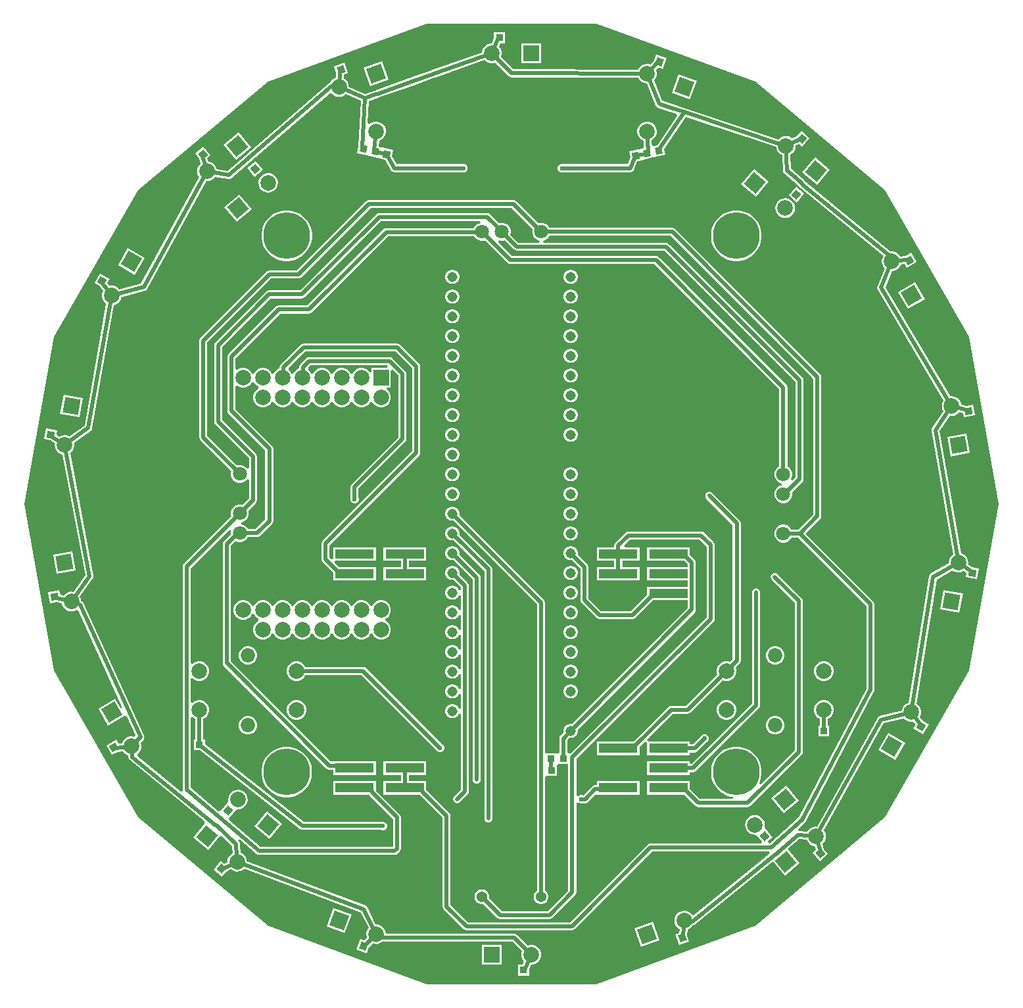
<source format=gbr>
G04*
G04 #@! TF.GenerationSoftware,Altium Limited,Altium Designer,25.4.2 (15)*
G04*
G04 Layer_Physical_Order=2*
G04 Layer_Color=16711680*
%FSLAX44Y44*%
%MOMM*%
G71*
G04*
G04 #@! TF.SameCoordinates,80CFFD5A-54A5-451F-B997-A2DA6E1B210F*
G04*
G04*
G04 #@! TF.FilePolarity,Positive*
G04*
G01*
G75*
%ADD34C,0.5000*%
%ADD35C,1.8000*%
%ADD36C,1.3080*%
%ADD37R,2.0000X2.0000*%
%ADD38C,2.0000*%
%ADD39P,2.8284X4X85.0*%
%ADD40P,2.8284X4X185.0*%
%ADD41C,1.8500*%
%ADD42P,2.8284X4X345.0*%
%ADD43R,2.0000X2.0000*%
%ADD44P,2.8284X4X205.0*%
%ADD45P,2.8284X4X145.0*%
%ADD46P,2.8284X4X125.0*%
%ADD47P,2.8284X4X105.0*%
%ADD48P,2.8284X4X65.0*%
%ADD49C,1.3700*%
%ADD50C,0.5000*%
%ADD51C,0.6000*%
%ADD52C,0.4500*%
%ADD53C,6.0000*%
G04:AMPARAMS|DCode=54|XSize=0.95mm|YSize=0.9mm|CornerRadius=0mm|HoleSize=0mm|Usage=FLASHONLY|Rotation=230.000|XOffset=0mm|YOffset=0mm|HoleType=Round|Shape=Rectangle|*
%AMROTATEDRECTD54*
4,1,4,-0.0394,0.6531,0.6500,0.0746,0.0394,-0.6531,-0.6500,-0.0746,-0.0394,0.6531,0.0*
%
%ADD54ROTATEDRECTD54*%

G04:AMPARAMS|DCode=55|XSize=0.95mm|YSize=0.9mm|CornerRadius=0mm|HoleSize=0mm|Usage=FLASHONLY|Rotation=310.000|XOffset=0mm|YOffset=0mm|HoleType=Round|Shape=Rectangle|*
%AMROTATEDRECTD55*
4,1,4,-0.6500,0.0746,0.0394,0.6531,0.6500,-0.0746,-0.0394,-0.6531,-0.6500,0.0746,0.0*
%
%ADD55ROTATEDRECTD55*%

%ADD56R,0.9000X0.9500*%
G04:AMPARAMS|DCode=57|XSize=0.95mm|YSize=0.9mm|CornerRadius=0mm|HoleSize=0mm|Usage=FLASHONLY|Rotation=290.000|XOffset=0mm|YOffset=0mm|HoleType=Round|Shape=Rectangle|*
%AMROTATEDRECTD57*
4,1,4,-0.5853,0.2925,0.2604,0.6003,0.5853,-0.2925,-0.2604,-0.6003,-0.5853,0.2925,0.0*
%
%ADD57ROTATEDRECTD57*%

G04:AMPARAMS|DCode=58|XSize=0.95mm|YSize=0.9mm|CornerRadius=0mm|HoleSize=0mm|Usage=FLASHONLY|Rotation=77.220|XOffset=0mm|YOffset=0mm|HoleType=Round|Shape=Rectangle|*
%AMROTATEDRECTD58*
4,1,4,0.3338,-0.5628,-0.5439,-0.3637,-0.3338,0.5628,0.5439,0.3637,0.3338,-0.5628,0.0*
%
%ADD58ROTATEDRECTD58*%

G04:AMPARAMS|DCode=59|XSize=0.95mm|YSize=0.9mm|CornerRadius=0mm|HoleSize=0mm|Usage=FLASHONLY|Rotation=250.000|XOffset=0mm|YOffset=0mm|HoleType=Round|Shape=Rectangle|*
%AMROTATEDRECTD59*
4,1,4,-0.2604,0.6003,0.5853,0.2925,0.2604,-0.6003,-0.5853,-0.2925,-0.2604,0.6003,0.0*
%
%ADD59ROTATEDRECTD59*%

G04:AMPARAMS|DCode=60|XSize=0.95mm|YSize=0.9mm|CornerRadius=0mm|HoleSize=0mm|Usage=FLASHONLY|Rotation=282.232|XOffset=0mm|YOffset=0mm|HoleType=Round|Shape=Rectangle|*
%AMROTATEDRECTD60*
4,1,4,-0.5404,0.3689,0.3392,0.5596,0.5404,-0.3689,-0.3392,-0.5596,-0.5404,0.3689,0.0*
%
%ADD60ROTATEDRECTD60*%

G04:AMPARAMS|DCode=61|XSize=0.95mm|YSize=0.9mm|CornerRadius=0mm|HoleSize=0mm|Usage=FLASHONLY|Rotation=230.000|XOffset=0mm|YOffset=0mm|HoleType=Round|Shape=Rectangle|*
%AMROTATEDRECTD61*
4,1,4,-0.0394,0.6531,0.6500,0.0746,0.0394,-0.6531,-0.6500,-0.0746,-0.0394,0.6531,0.0*
%
%ADD61ROTATEDRECTD61*%

G04:AMPARAMS|DCode=62|XSize=0.95mm|YSize=0.9mm|CornerRadius=0mm|HoleSize=0mm|Usage=FLASHONLY|Rotation=210.000|XOffset=0mm|YOffset=0mm|HoleType=Round|Shape=Rectangle|*
%AMROTATEDRECTD62*
4,1,4,0.1864,0.6272,0.6364,-0.1522,-0.1864,-0.6272,-0.6364,0.1522,0.1864,0.6272,0.0*
%
%ADD62ROTATEDRECTD62*%

G04:AMPARAMS|DCode=63|XSize=0.95mm|YSize=0.9mm|CornerRadius=0mm|HoleSize=0mm|Usage=FLASHONLY|Rotation=190.000|XOffset=0mm|YOffset=0mm|HoleType=Round|Shape=Rectangle|*
%AMROTATEDRECTD63*
4,1,4,0.3896,0.5256,0.5459,-0.3607,-0.3896,-0.5256,-0.5459,0.3607,0.3896,0.5256,0.0*
%
%ADD63ROTATEDRECTD63*%

G04:AMPARAMS|DCode=64|XSize=0.95mm|YSize=0.9mm|CornerRadius=0mm|HoleSize=0mm|Usage=FLASHONLY|Rotation=170.000|XOffset=0mm|YOffset=0mm|HoleType=Round|Shape=Rectangle|*
%AMROTATEDRECTD64*
4,1,4,0.5459,0.3607,0.3896,-0.5256,-0.5459,-0.3607,-0.3896,0.5256,0.5459,0.3607,0.0*
%
%ADD64ROTATEDRECTD64*%

G04:AMPARAMS|DCode=65|XSize=0.95mm|YSize=0.9mm|CornerRadius=0mm|HoleSize=0mm|Usage=FLASHONLY|Rotation=150.000|XOffset=0mm|YOffset=0mm|HoleType=Round|Shape=Rectangle|*
%AMROTATEDRECTD65*
4,1,4,0.6364,0.1522,0.1864,-0.6272,-0.6364,-0.1522,-0.1864,0.6272,0.6364,0.1522,0.0*
%
%ADD65ROTATEDRECTD65*%

G04:AMPARAMS|DCode=66|XSize=0.95mm|YSize=0.9mm|CornerRadius=0mm|HoleSize=0mm|Usage=FLASHONLY|Rotation=310.000|XOffset=0mm|YOffset=0mm|HoleType=Round|Shape=Rectangle|*
%AMROTATEDRECTD66*
4,1,4,-0.6500,0.0746,0.0394,0.6531,0.6500,-0.0746,-0.0394,-0.6531,-0.6500,0.0746,0.0*
%
%ADD66ROTATEDRECTD66*%

G04:AMPARAMS|DCode=67|XSize=0.95mm|YSize=0.9mm|CornerRadius=0mm|HoleSize=0mm|Usage=FLASHONLY|Rotation=49.996|XOffset=0mm|YOffset=0mm|HoleType=Round|Shape=Rectangle|*
%AMROTATEDRECTD67*
4,1,4,0.0394,-0.6531,-0.6501,-0.0746,-0.0394,0.6531,0.6501,0.0746,0.0394,-0.6531,0.0*
%
%ADD67ROTATEDRECTD67*%

G04:AMPARAMS|DCode=68|XSize=0.95mm|YSize=0.9mm|CornerRadius=0mm|HoleSize=0mm|Usage=FLASHONLY|Rotation=129.997|XOffset=0mm|YOffset=0mm|HoleType=Round|Shape=Rectangle|*
%AMROTATEDRECTD68*
4,1,4,0.6500,-0.0747,-0.0394,-0.6531,-0.6500,0.0747,0.0394,0.6531,0.6500,-0.0747,0.0*
%
%ADD68ROTATEDRECTD68*%

G04:AMPARAMS|DCode=69|XSize=0.9mm|YSize=0.85mm|CornerRadius=0mm|HoleSize=0mm|Usage=FLASHONLY|Rotation=257.220|XOffset=0mm|YOffset=0mm|HoleType=Round|Shape=Rectangle|*
%AMROTATEDRECTD69*
4,1,4,-0.3149,0.5329,0.5140,0.3448,0.3149,-0.5329,-0.5140,-0.3448,-0.3149,0.5329,0.0*
%
%ADD69ROTATEDRECTD69*%

G04:AMPARAMS|DCode=70|XSize=0.9mm|YSize=0.85mm|CornerRadius=0mm|HoleSize=0mm|Usage=FLASHONLY|Rotation=282.232|XOffset=0mm|YOffset=0mm|HoleType=Round|Shape=Rectangle|*
%AMROTATEDRECTD70*
4,1,4,-0.5107,0.3497,0.3200,0.5298,0.5107,-0.3497,-0.3200,-0.5298,-0.5107,0.3497,0.0*
%
%ADD70ROTATEDRECTD70*%

%ADD71R,0.9000X0.8500*%
%ADD72R,5.0000X1.2500*%
%ADD73R,0.8500X0.9000*%
G36*
X1413685Y1643319D02*
X1580594Y1503266D01*
X1689535Y1314573D01*
X1727370Y1100000D01*
X1689535Y885427D01*
X1580594Y696734D01*
X1413685Y556681D01*
X1208942Y482161D01*
X991058D01*
X786315Y556681D01*
X619406Y696734D01*
X510465Y885427D01*
X472630Y1100000D01*
X510465Y1314573D01*
X619406Y1503266D01*
X786315Y1643319D01*
X991058Y1717839D01*
X1208942D01*
X1413685Y1643319D01*
D02*
G37*
%LPC*%
G36*
X1137940Y1692540D02*
X1112860D01*
Y1667460D01*
X1137940D01*
Y1692540D01*
D02*
G37*
G36*
X932991Y1669782D02*
X909424Y1661204D01*
X918002Y1637636D01*
X941569Y1646214D01*
X932991Y1669782D01*
D02*
G37*
G36*
X1091540Y1707290D02*
X1077460D01*
Y1699064D01*
X1074557Y1692540D01*
X1072949D01*
X1069760Y1691685D01*
X1066900Y1690034D01*
X1064566Y1687700D01*
X1062915Y1684840D01*
X1062060Y1681651D01*
Y1681000D01*
X998526Y1658439D01*
X996930Y1657873D01*
X972508Y1649201D01*
X925141Y1632381D01*
X924399Y1631938D01*
X923545Y1631814D01*
X911217Y1627436D01*
X890335Y1636485D01*
X890108Y1639072D01*
X888979Y1642175D01*
X887085Y1644879D01*
X884556Y1647002D01*
X883797Y1647356D01*
X884193Y1652309D01*
X889544Y1654256D01*
X884557Y1667957D01*
X871326Y1663141D01*
X874132Y1655431D01*
X873550Y1648147D01*
X871920Y1647554D01*
X869215Y1645660D01*
X867093Y1643130D01*
X866449Y1641750D01*
X865001Y1640931D01*
X758427Y1549171D01*
X757939Y1548894D01*
X756707Y1547834D01*
X756707Y1547834D01*
X734278Y1528523D01*
X719918Y1531051D01*
X719789Y1531782D01*
X718393Y1534775D01*
X716271Y1537304D01*
X713566Y1539198D01*
X710463Y1540327D01*
X709505Y1540411D01*
X708198Y1544967D01*
X712533Y1548604D01*
X703161Y1559773D01*
X692375Y1550723D01*
X697663Y1544421D01*
X699632Y1537557D01*
X698400Y1536524D01*
X696507Y1533819D01*
X695377Y1530717D01*
X695089Y1527427D01*
X695663Y1524176D01*
X697058Y1521183D01*
X697726Y1520388D01*
X622841Y1383250D01*
X594843Y1375899D01*
X592705Y1378038D01*
X589846Y1379688D01*
X586656Y1380543D01*
X583354D01*
X582425Y1380294D01*
X579639Y1384128D01*
X582468Y1389028D01*
X569841Y1396318D01*
X562801Y1384125D01*
X569926Y1380012D01*
X574123Y1374235D01*
X573320Y1372843D01*
X572465Y1369654D01*
Y1366352D01*
X573320Y1363163D01*
X574971Y1360303D01*
X577305Y1357968D01*
X577953Y1357594D01*
X550350Y1200927D01*
X530670Y1186615D01*
X528204Y1187765D01*
X524953Y1188338D01*
X521663Y1188050D01*
X518561Y1186921D01*
X517773Y1186369D01*
X513843Y1189019D01*
X514826Y1194592D01*
X500467Y1197123D01*
X498022Y1183257D01*
X506123Y1181829D01*
X512044Y1177837D01*
X511765Y1176254D01*
X512052Y1172964D01*
X513182Y1169862D01*
X515076Y1167157D01*
X517605Y1165034D01*
X520597Y1163639D01*
X521512Y1163478D01*
X551287Y1008158D01*
X535791Y986633D01*
X532670Y986906D01*
X529419Y986333D01*
X526426Y984937D01*
X523897Y982815D01*
X523345Y982027D01*
X518746Y983173D01*
X517764Y988746D01*
X503405Y986214D01*
X505850Y972348D01*
X513951Y973776D01*
X520880Y972050D01*
X521159Y970467D01*
X522555Y967474D01*
X524677Y964945D01*
X527382Y963051D01*
X530485Y961921D01*
X533774Y961634D01*
X537025Y962207D01*
X539116Y963182D01*
X542210Y962521D01*
X599099Y837746D01*
X596839Y836581D01*
X589595Y849127D01*
X567875Y836587D01*
X580415Y814867D01*
X601254Y826898D01*
X604290Y826361D01*
X615253Y802316D01*
X613439Y800173D01*
X612056Y800543D01*
X608754D01*
X605565Y799688D01*
X602705Y798037D01*
X600371Y795703D01*
X598720Y792843D01*
X598471Y791914D01*
X593757Y791418D01*
X590928Y796318D01*
X578302Y789028D01*
X585341Y776835D01*
X592466Y780948D01*
X599567Y781695D01*
X600371Y780303D01*
X602705Y777968D01*
X605565Y776318D01*
X606447Y776081D01*
X606688Y773702D01*
X607276Y771785D01*
X608552Y770239D01*
X704857Y691645D01*
X704984Y688263D01*
X690059Y670475D01*
X709271Y654354D01*
X724107Y672034D01*
X727449Y672284D01*
X740393Y659340D01*
X740874Y650613D01*
X740800Y650586D01*
X738096Y648693D01*
X735973Y646163D01*
X734578Y643171D01*
X734005Y639919D01*
X734088Y638961D01*
X729829Y636883D01*
X725494Y640520D01*
X716122Y629351D01*
X726908Y620300D01*
X732196Y626602D01*
X738614Y629733D01*
X739845Y628700D01*
X742837Y627305D01*
X746089Y626731D01*
X749378Y627019D01*
X752481Y628148D01*
X755186Y630042D01*
X755600Y630536D01*
X906070Y574332D01*
X915835Y554355D01*
X914277Y552131D01*
X913148Y549029D01*
X912860Y545739D01*
X913434Y542488D01*
X913840Y541616D01*
X910548Y538206D01*
X905231Y540141D01*
X900244Y526441D01*
X913475Y521625D01*
X916289Y529355D01*
X921248Y534492D01*
X922759Y533943D01*
X926048Y533655D01*
X929300Y534228D01*
X932292Y535624D01*
X933731Y536831D01*
X1101302D01*
X1113625Y524507D01*
X1112860Y521651D01*
Y518349D01*
X1113715Y515160D01*
X1115366Y512300D01*
X1116046Y511620D01*
X1114118Y507290D01*
X1108460D01*
Y492710D01*
X1122540D01*
Y500936D01*
X1125443Y507460D01*
X1127051D01*
X1130240Y508315D01*
X1133100Y509966D01*
X1135434Y512300D01*
X1137085Y515160D01*
X1137940Y518349D01*
Y521651D01*
X1137085Y524840D01*
X1135434Y527700D01*
X1133100Y530034D01*
X1130240Y531685D01*
X1127051Y532540D01*
X1123749D01*
X1120893Y531775D01*
X1107064Y545603D01*
X1105397Y546717D01*
X1103431Y547108D01*
X938086D01*
X937559Y550094D01*
X936164Y553087D01*
X934042Y555616D01*
X931337Y557510D01*
X928234Y558639D01*
X925044Y558918D01*
X914404Y580686D01*
X913837Y581430D01*
X913290Y582189D01*
X913231Y582225D01*
X913188Y582281D01*
X912380Y582752D01*
X911585Y583243D01*
X759158Y640178D01*
X758989Y642105D01*
X757860Y645208D01*
X755966Y647912D01*
X753437Y650035D01*
X751140Y651106D01*
X750652Y659958D01*
X750547Y661867D01*
X750332Y662703D01*
X750163Y663550D01*
X750084Y663670D01*
X750048Y663809D01*
X749529Y664499D01*
X749050Y665218D01*
X747541Y666726D01*
X749261Y668595D01*
X771727Y649578D01*
X772421Y649193D01*
X773080Y648752D01*
X773292Y648710D01*
X773480Y648606D01*
X774269Y648516D01*
X775047Y648361D01*
X949611D01*
X951578Y648752D01*
X953245Y649866D01*
X956174Y652795D01*
X957288Y654462D01*
X957679Y656429D01*
Y696610D01*
X957288Y698577D01*
X956174Y700244D01*
X925344Y731073D01*
X925290Y731346D01*
Y743390D01*
X870210D01*
Y725810D01*
X916253D01*
X916616Y725266D01*
X947401Y694482D01*
Y658639D01*
X776930D01*
X736725Y692672D01*
X735833Y694854D01*
X736766Y695965D01*
X745205Y706022D01*
X747388Y706911D01*
X750316Y707168D01*
X753419Y708297D01*
X756124Y710191D01*
X758246Y712720D01*
X759642Y715713D01*
X760215Y718964D01*
X759927Y722254D01*
X758798Y725356D01*
X756904Y728061D01*
X754375Y730183D01*
X751382Y731579D01*
X748130Y732152D01*
X744841Y731864D01*
X741739Y730735D01*
X739034Y728841D01*
X736911Y726312D01*
X735516Y723319D01*
X734943Y720068D01*
X735185Y717292D01*
X734419Y715073D01*
Y715073D01*
X726020Y705062D01*
X722770Y704485D01*
X686639Y735071D01*
Y825035D01*
X689179Y826087D01*
X690300Y824966D01*
X692861Y823487D01*
Y796540D01*
X690960D01*
Y782960D01*
X698347D01*
X827727Y681957D01*
X828335Y681651D01*
X828899Y681270D01*
X829223Y681204D01*
X829518Y681056D01*
X830196Y681005D01*
X830864Y680869D01*
X931905Y680371D01*
X932898Y679960D01*
X935102D01*
X937138Y680803D01*
X938697Y682362D01*
X939540Y684398D01*
Y686602D01*
X938697Y688638D01*
X937138Y690197D01*
X935102Y691040D01*
X932898D01*
X931954Y690649D01*
X832668Y691138D01*
X705040Y790773D01*
Y796540D01*
X703139D01*
Y823487D01*
X705700Y824966D01*
X708034Y827300D01*
X709685Y830160D01*
X710540Y833349D01*
Y836651D01*
X709685Y839840D01*
X708034Y842700D01*
X705700Y845034D01*
X702840Y846685D01*
X699651Y847540D01*
X696349D01*
X693160Y846685D01*
X690300Y845034D01*
X689179Y843913D01*
X686639Y844965D01*
Y875035D01*
X689179Y876087D01*
X690300Y874966D01*
X693160Y873315D01*
X696349Y872460D01*
X699651D01*
X702840Y873315D01*
X705700Y874966D01*
X708034Y877300D01*
X709685Y880160D01*
X710540Y883349D01*
Y886651D01*
X709685Y889840D01*
X708034Y892700D01*
X705700Y895034D01*
X702840Y896685D01*
X699651Y897540D01*
X696349D01*
X693160Y896685D01*
X690300Y895034D01*
X689179Y893913D01*
X686639Y894965D01*
Y1016972D01*
X736725Y1067058D01*
X739002Y1065743D01*
X738460Y1063719D01*
Y1060727D01*
X729366Y1051634D01*
X728252Y1049967D01*
X727861Y1048000D01*
Y895500D01*
X728252Y893533D01*
X729366Y891866D01*
X861616Y759616D01*
X863283Y758502D01*
X865250Y758111D01*
X870210D01*
Y751210D01*
X925290D01*
Y768790D01*
X870210D01*
Y768389D01*
X867378D01*
X738139Y897628D01*
Y1045872D01*
X744384Y1052117D01*
X745546Y1051447D01*
X748481Y1050660D01*
X751519D01*
X754454Y1051447D01*
X757086Y1052966D01*
X759234Y1055114D01*
X760358Y1057061D01*
X772200D01*
X774166Y1057452D01*
X775834Y1058566D01*
X791634Y1074366D01*
X792748Y1076033D01*
X793139Y1078000D01*
Y1171000D01*
X792748Y1172967D01*
X791634Y1174634D01*
X744349Y1221918D01*
Y1251230D01*
X746889Y1252020D01*
X749410Y1250565D01*
X752599Y1249710D01*
X755901D01*
X759090Y1250565D01*
X761950Y1252215D01*
X764285Y1254550D01*
X765537Y1256719D01*
X766290Y1256933D01*
X767610D01*
X768363Y1256719D01*
X769615Y1254550D01*
X771950Y1252215D01*
X774119Y1250963D01*
X774333Y1250210D01*
Y1248890D01*
X774119Y1248137D01*
X771950Y1246885D01*
X769615Y1244550D01*
X767965Y1241690D01*
X767110Y1238501D01*
Y1235199D01*
X767965Y1232010D01*
X769615Y1229150D01*
X771950Y1226815D01*
X774810Y1225165D01*
X777999Y1224310D01*
X781301D01*
X784490Y1225165D01*
X787350Y1226815D01*
X789685Y1229150D01*
X790937Y1231319D01*
X791690Y1231533D01*
X793010D01*
X793763Y1231319D01*
X795015Y1229150D01*
X797350Y1226815D01*
X800210Y1225165D01*
X803399Y1224310D01*
X806701D01*
X809890Y1225165D01*
X812750Y1226815D01*
X815085Y1229150D01*
X816337Y1231319D01*
X817090Y1231533D01*
X818410D01*
X819163Y1231319D01*
X820415Y1229150D01*
X822750Y1226815D01*
X825610Y1225165D01*
X828799Y1224310D01*
X832101D01*
X835290Y1225165D01*
X838150Y1226815D01*
X840484Y1229150D01*
X841737Y1231319D01*
X842490Y1231533D01*
X843810D01*
X844563Y1231319D01*
X845816Y1229150D01*
X848150Y1226815D01*
X851010Y1225165D01*
X854199Y1224310D01*
X857501D01*
X860690Y1225165D01*
X863550Y1226815D01*
X865884Y1229150D01*
X867137Y1231319D01*
X867890Y1231533D01*
X869210D01*
X869963Y1231319D01*
X871216Y1229150D01*
X873550Y1226815D01*
X876410Y1225165D01*
X879599Y1224310D01*
X882901D01*
X886090Y1225165D01*
X888950Y1226815D01*
X891284Y1229150D01*
X892537Y1231319D01*
X893290Y1231533D01*
X894610D01*
X895363Y1231319D01*
X896616Y1229150D01*
X898950Y1226815D01*
X901810Y1225165D01*
X904999Y1224310D01*
X908301D01*
X911490Y1225165D01*
X914350Y1226815D01*
X916684Y1229150D01*
X917937Y1231319D01*
X918690Y1231533D01*
X920010D01*
X920763Y1231319D01*
X922016Y1229150D01*
X924350Y1226815D01*
X927210Y1225165D01*
X930399Y1224310D01*
X933701D01*
X936890Y1225165D01*
X939750Y1226815D01*
X942085Y1229150D01*
X943735Y1232010D01*
X944590Y1235199D01*
Y1238501D01*
X943735Y1241690D01*
X942085Y1244550D01*
X939750Y1246885D01*
X939255Y1247170D01*
X939936Y1249710D01*
X944590D01*
Y1271551D01*
X947130Y1272603D01*
X954361Y1265371D01*
Y1185629D01*
X894175Y1125442D01*
X893061Y1123775D01*
X892670Y1121809D01*
Y1107609D01*
X892460Y1107102D01*
Y1104898D01*
X893303Y1102862D01*
X894862Y1101303D01*
X896898Y1100460D01*
X899102D01*
X901138Y1101303D01*
X902697Y1102862D01*
X903540Y1104898D01*
Y1107102D01*
X902947Y1108533D01*
Y1119680D01*
X963134Y1179866D01*
X964248Y1181534D01*
X964639Y1183500D01*
Y1267500D01*
X964248Y1269466D01*
X963134Y1271134D01*
X947134Y1287134D01*
X945467Y1288248D01*
X943500Y1288639D01*
X839000D01*
X837033Y1288248D01*
X835366Y1287134D01*
X827841Y1279608D01*
X826727Y1277941D01*
X826336Y1275974D01*
Y1274130D01*
X825610Y1273935D01*
X822750Y1272284D01*
X820415Y1269950D01*
X819163Y1267781D01*
X818410Y1267567D01*
X817090D01*
X816337Y1267781D01*
X815085Y1269950D01*
X812750Y1272284D01*
X813216Y1274949D01*
X834128Y1295861D01*
X950872D01*
X972361Y1274371D01*
Y1168129D01*
X856866Y1052634D01*
X855752Y1050966D01*
X855361Y1049000D01*
Y1028500D01*
X855752Y1026534D01*
X856866Y1024866D01*
X870210Y1011523D01*
Y1001210D01*
X925290D01*
Y1018790D01*
X877477D01*
X872197Y1024070D01*
X873249Y1026610D01*
X925290D01*
Y1044190D01*
X870210D01*
Y1029649D01*
X867670Y1028597D01*
X865639Y1030629D01*
Y1046871D01*
X981134Y1162366D01*
X982248Y1164034D01*
X982639Y1166000D01*
Y1276500D01*
X982248Y1278466D01*
X981134Y1280134D01*
X956634Y1304634D01*
X954967Y1305748D01*
X953000Y1306139D01*
X832000D01*
X830033Y1305748D01*
X828366Y1304634D01*
X802891Y1279158D01*
X801777Y1277491D01*
X801386Y1275524D01*
Y1274250D01*
X800210Y1273935D01*
X797350Y1272284D01*
X795015Y1269950D01*
X793763Y1267781D01*
X793010Y1267567D01*
X791690D01*
X790937Y1267781D01*
X789685Y1269950D01*
X787350Y1272284D01*
X784490Y1273935D01*
X781301Y1274790D01*
X777999D01*
X774810Y1273935D01*
X771950Y1272284D01*
X769615Y1269950D01*
X768363Y1267781D01*
X767610Y1267567D01*
X766290D01*
X765537Y1267781D01*
X764285Y1269950D01*
X761950Y1272284D01*
X759090Y1273935D01*
X755901Y1274790D01*
X752599D01*
X749410Y1273935D01*
X746889Y1272480D01*
X744349Y1273270D01*
Y1287082D01*
X802129Y1344861D01*
X839000D01*
X840966Y1345252D01*
X842634Y1346366D01*
X940914Y1444646D01*
X1051966D01*
X1052966Y1442914D01*
X1055114Y1440766D01*
X1057746Y1439247D01*
X1060681Y1438460D01*
X1063719D01*
X1065891Y1439042D01*
X1094566Y1410366D01*
X1096234Y1409252D01*
X1098200Y1408861D01*
X1283871D01*
X1444861Y1247871D01*
Y1148158D01*
X1442914Y1147034D01*
X1440766Y1144886D01*
X1439247Y1142254D01*
X1438460Y1139319D01*
Y1136281D01*
X1439247Y1133346D01*
X1440766Y1130714D01*
X1442914Y1128566D01*
X1445546Y1127047D01*
X1448137Y1126352D01*
Y1123848D01*
X1445546Y1123154D01*
X1442914Y1121634D01*
X1440766Y1119486D01*
X1439247Y1116854D01*
X1438460Y1113919D01*
Y1110881D01*
X1439247Y1107946D01*
X1440766Y1105314D01*
X1442914Y1103166D01*
X1445546Y1101646D01*
X1448481Y1100860D01*
X1451519D01*
X1454454Y1101646D01*
X1457086Y1103166D01*
X1459234Y1105314D01*
X1460754Y1107946D01*
X1461540Y1110881D01*
Y1113919D01*
X1461254Y1114987D01*
X1474634Y1128366D01*
X1475748Y1130033D01*
X1476139Y1132000D01*
Y1259000D01*
X1475748Y1260966D01*
X1474634Y1262634D01*
X1302634Y1434634D01*
X1300966Y1435748D01*
X1299000Y1436139D01*
X1141070D01*
X1140735Y1438679D01*
X1142854Y1439247D01*
X1145486Y1440766D01*
X1147634Y1442914D01*
X1148758Y1444861D01*
X1304871D01*
X1488861Y1260872D01*
Y1086329D01*
X1469272Y1066739D01*
X1460358D01*
X1459234Y1068686D01*
X1457086Y1070834D01*
X1454454Y1072354D01*
X1451519Y1073140D01*
X1448481D01*
X1445546Y1072354D01*
X1442914Y1070834D01*
X1440766Y1068686D01*
X1439247Y1066054D01*
X1438460Y1063119D01*
Y1060081D01*
X1439247Y1057146D01*
X1440766Y1054514D01*
X1442914Y1052366D01*
X1445546Y1050846D01*
X1448481Y1050060D01*
X1451519D01*
X1454454Y1050846D01*
X1457086Y1052366D01*
X1459234Y1054514D01*
X1460358Y1056461D01*
X1469272D01*
X1556861Y968872D01*
Y862075D01*
X1470266Y697008D01*
X1432888Y663238D01*
X1430990Y663482D01*
X1430146Y665928D01*
X1436142Y670959D01*
X1426770Y682128D01*
Y682128D01*
X1425870Y684305D01*
X1426142Y687414D01*
X1425569Y690666D01*
X1424174Y693658D01*
X1422051Y696188D01*
X1419346Y698082D01*
X1416244Y699211D01*
X1412955Y699499D01*
X1409703Y698925D01*
X1406710Y697530D01*
X1404181Y695407D01*
X1402287Y692703D01*
X1401158Y689600D01*
X1400870Y686311D01*
X1401443Y683059D01*
X1402839Y680067D01*
X1404961Y677537D01*
X1407666Y675643D01*
X1410769Y674514D01*
X1413942Y674237D01*
X1415984Y673078D01*
X1415984D01*
X1422392Y665441D01*
X1421319Y663139D01*
X1279000D01*
X1277033Y662748D01*
X1275366Y661634D01*
X1175371Y561639D01*
X1044128D01*
X1021639Y584128D01*
Y698500D01*
X1021248Y700467D01*
X1020134Y702134D01*
X990040Y732227D01*
Y743390D01*
X967639D01*
Y751210D01*
X990040D01*
Y768790D01*
X934960D01*
Y751210D01*
X957361D01*
Y743390D01*
X934960D01*
Y725810D01*
X981923D01*
X1011361Y696372D01*
Y582000D01*
X1011752Y580033D01*
X1012866Y578366D01*
X1038366Y552866D01*
X1040033Y551752D01*
X1042000Y551361D01*
X1177500D01*
X1179466Y551752D01*
X1181134Y552866D01*
X1281129Y652861D01*
X1432218D01*
X1433117Y650321D01*
X1334811Y570813D01*
X1332296Y571167D01*
X1331565Y572211D01*
X1329036Y574333D01*
X1326043Y575728D01*
X1322792Y576302D01*
X1319502Y576014D01*
X1316400Y574885D01*
X1313695Y572991D01*
X1311573Y570461D01*
X1310177Y567469D01*
X1309604Y564217D01*
X1309892Y560928D01*
X1311021Y557825D01*
X1312915Y555121D01*
X1315444Y552998D01*
X1316316Y552592D01*
X1315986Y547864D01*
X1310668Y545928D01*
X1315655Y532228D01*
X1328886Y537043D01*
X1326073Y544773D01*
X1326570Y551897D01*
X1328080Y552447D01*
X1330785Y554340D01*
X1332907Y556870D01*
X1333216Y557532D01*
X1334225Y557624D01*
X1336000Y558557D01*
X1436556Y639884D01*
X1451814Y621701D01*
X1471026Y637822D01*
X1455938Y655803D01*
X1470540Y668897D01*
X1480322Y667980D01*
X1481607Y665225D01*
X1483729Y662696D01*
X1486434Y660802D01*
X1489537Y659673D01*
X1490495Y659589D01*
X1491802Y655033D01*
X1487467Y651396D01*
X1496839Y640227D01*
X1507625Y649277D01*
X1502337Y655579D01*
X1500368Y662443D01*
X1501600Y663476D01*
X1503493Y666181D01*
X1504623Y669283D01*
X1504910Y672573D01*
X1504337Y675824D01*
X1502942Y678817D01*
X1502330Y679545D01*
X1579071Y817742D01*
X1605039Y824218D01*
X1607295Y821963D01*
X1610155Y820312D01*
X1613344Y819457D01*
X1616646D01*
X1617575Y819706D01*
X1620361Y815872D01*
X1617532Y810972D01*
X1630159Y803682D01*
X1637199Y815875D01*
X1630074Y819988D01*
X1625876Y825765D01*
X1626680Y827157D01*
X1627535Y830346D01*
Y833648D01*
X1626680Y836837D01*
X1625029Y839697D01*
X1622695Y842031D01*
X1621875Y842504D01*
X1647452Y1002760D01*
X1668082Y1014236D01*
X1668803Y1013631D01*
X1671796Y1012235D01*
X1675047Y1011662D01*
X1678337Y1011950D01*
X1681440Y1013079D01*
X1682227Y1013631D01*
X1686157Y1010981D01*
X1685175Y1005408D01*
X1699533Y1002877D01*
X1701978Y1016743D01*
X1693877Y1018171D01*
X1687956Y1022163D01*
X1688235Y1023746D01*
X1687948Y1027036D01*
X1686818Y1030138D01*
X1684924Y1032843D01*
X1682395Y1034966D01*
X1679403Y1036361D01*
X1678676Y1036489D01*
X1651068Y1193760D01*
X1664507Y1213341D01*
X1667330Y1213094D01*
X1670581Y1213667D01*
X1673574Y1215063D01*
X1676103Y1217185D01*
X1676655Y1217973D01*
X1681254Y1216827D01*
X1682236Y1211255D01*
X1696595Y1213786D01*
X1694150Y1227652D01*
X1686049Y1226224D01*
X1679120Y1227951D01*
X1678841Y1229533D01*
X1677445Y1232526D01*
X1675323Y1235055D01*
X1672618Y1236949D01*
X1669515Y1238079D01*
X1666226Y1238366D01*
X1665331Y1238208D01*
X1581816Y1378516D01*
X1590140Y1399457D01*
X1591246D01*
X1594435Y1400312D01*
X1597294Y1401963D01*
X1599629Y1404297D01*
X1601280Y1407157D01*
X1601529Y1408086D01*
X1606243Y1408582D01*
X1609072Y1403682D01*
X1621699Y1410972D01*
X1614659Y1423165D01*
X1607534Y1419052D01*
X1600433Y1418305D01*
X1599629Y1419697D01*
X1597294Y1422032D01*
X1594435Y1423683D01*
X1591246Y1424537D01*
X1588030D01*
X1479457Y1513810D01*
X1476815Y1516452D01*
X1474929Y1518584D01*
X1474603Y1518831D01*
X1474344Y1519147D01*
X1459650Y1531230D01*
X1458944Y1549320D01*
X1459200Y1549413D01*
X1461904Y1551307D01*
X1464027Y1553837D01*
X1465422Y1556829D01*
X1465995Y1560081D01*
X1465912Y1561039D01*
X1470171Y1563117D01*
X1474506Y1559480D01*
X1483878Y1570649D01*
X1473092Y1579700D01*
X1467804Y1573398D01*
X1461387Y1570267D01*
X1460155Y1571300D01*
X1457163Y1572695D01*
X1453911Y1573269D01*
X1450622Y1572981D01*
X1447519Y1571852D01*
X1444814Y1569958D01*
X1444102Y1569109D01*
X1323855Y1608911D01*
X1307438Y1614345D01*
X1294089Y1618764D01*
X1283565Y1644943D01*
X1283829Y1645164D01*
X1285723Y1647869D01*
X1286852Y1650972D01*
X1287140Y1654261D01*
X1286566Y1657512D01*
X1286160Y1658384D01*
X1289452Y1661794D01*
X1294769Y1659859D01*
X1299756Y1673560D01*
X1286525Y1678375D01*
X1283711Y1670645D01*
X1278752Y1665508D01*
X1277241Y1666057D01*
X1273952Y1666345D01*
X1270700Y1665772D01*
X1267708Y1664377D01*
X1265178Y1662254D01*
X1263284Y1659549D01*
X1263036Y1658866D01*
X1102168Y1659114D01*
X1086333Y1675337D01*
X1087140Y1678349D01*
Y1681651D01*
X1086285Y1684840D01*
X1084634Y1687700D01*
X1083954Y1688380D01*
X1085882Y1692710D01*
X1091540D01*
Y1707290D01*
D02*
G37*
G36*
X1314745Y1652407D02*
X1306167Y1628840D01*
X1329735Y1620262D01*
X1338313Y1643829D01*
X1314745Y1652407D01*
D02*
G37*
G36*
X748186Y1578299D02*
X728974Y1562178D01*
X745095Y1542966D01*
X764307Y1559087D01*
X748186Y1578299D01*
D02*
G37*
G36*
X1490729Y1545646D02*
X1474608Y1526433D01*
X1493820Y1510312D01*
X1509941Y1529525D01*
X1490729Y1545646D01*
D02*
G37*
G36*
X605815Y1429127D02*
X593275Y1407407D01*
X614995Y1394867D01*
X627535Y1416587D01*
X605815Y1429127D01*
D02*
G37*
G36*
X1177395Y1401180D02*
X1175005D01*
X1172695Y1400561D01*
X1170625Y1399366D01*
X1168934Y1397675D01*
X1167739Y1395605D01*
X1167120Y1393295D01*
Y1390905D01*
X1167739Y1388595D01*
X1168934Y1386525D01*
X1170625Y1384834D01*
X1172695Y1383639D01*
X1175005Y1383020D01*
X1177395D01*
X1179705Y1383639D01*
X1181775Y1384834D01*
X1183466Y1386525D01*
X1184661Y1388595D01*
X1185280Y1390905D01*
Y1393295D01*
X1184661Y1395605D01*
X1183466Y1397675D01*
X1181775Y1399366D01*
X1179705Y1400561D01*
X1177395Y1401180D01*
D02*
G37*
G36*
X1024995D02*
X1022605D01*
X1020295Y1400561D01*
X1018225Y1399366D01*
X1016534Y1397675D01*
X1015339Y1395605D01*
X1014720Y1393295D01*
Y1390905D01*
X1015339Y1388595D01*
X1016534Y1386525D01*
X1018225Y1384834D01*
X1020295Y1383639D01*
X1022605Y1383020D01*
X1024995D01*
X1027305Y1383639D01*
X1029375Y1384834D01*
X1031066Y1386525D01*
X1032261Y1388595D01*
X1032880Y1390905D01*
Y1393295D01*
X1032261Y1395605D01*
X1031066Y1397675D01*
X1029375Y1399366D01*
X1027305Y1400561D01*
X1024995Y1401180D01*
D02*
G37*
G36*
X1177395Y1375780D02*
X1175005D01*
X1172695Y1375161D01*
X1170625Y1373966D01*
X1168934Y1372275D01*
X1167739Y1370205D01*
X1167120Y1367895D01*
Y1365505D01*
X1167739Y1363195D01*
X1168934Y1361125D01*
X1170625Y1359434D01*
X1172695Y1358239D01*
X1175005Y1357620D01*
X1177395D01*
X1179705Y1358239D01*
X1181775Y1359434D01*
X1183466Y1361125D01*
X1184661Y1363195D01*
X1185280Y1365505D01*
Y1367895D01*
X1184661Y1370205D01*
X1183466Y1372275D01*
X1181775Y1373966D01*
X1179705Y1375161D01*
X1177395Y1375780D01*
D02*
G37*
G36*
X1024995D02*
X1022605D01*
X1020295Y1375161D01*
X1018225Y1373966D01*
X1016534Y1372275D01*
X1015339Y1370205D01*
X1014720Y1367895D01*
Y1365505D01*
X1015339Y1363195D01*
X1016534Y1361125D01*
X1018225Y1359434D01*
X1020295Y1358239D01*
X1022605Y1357620D01*
X1024995D01*
X1027305Y1358239D01*
X1029375Y1359434D01*
X1031066Y1361125D01*
X1032261Y1363195D01*
X1032880Y1365505D01*
Y1367895D01*
X1032261Y1370205D01*
X1031066Y1372275D01*
X1029375Y1373966D01*
X1027305Y1375161D01*
X1024995Y1375780D01*
D02*
G37*
G36*
X1619585Y1385133D02*
X1597865Y1372593D01*
X1610405Y1350873D01*
X1632125Y1363413D01*
X1619585Y1385133D01*
D02*
G37*
G36*
X1177395Y1350380D02*
X1175005D01*
X1172695Y1349761D01*
X1170625Y1348566D01*
X1168934Y1346875D01*
X1167739Y1344805D01*
X1167120Y1342495D01*
Y1340105D01*
X1167739Y1337795D01*
X1168934Y1335725D01*
X1170625Y1334034D01*
X1172695Y1332839D01*
X1175005Y1332220D01*
X1177395D01*
X1179705Y1332839D01*
X1181775Y1334034D01*
X1183466Y1335725D01*
X1184661Y1337795D01*
X1185280Y1340105D01*
Y1342495D01*
X1184661Y1344805D01*
X1183466Y1346875D01*
X1181775Y1348566D01*
X1179705Y1349761D01*
X1177395Y1350380D01*
D02*
G37*
G36*
X1024995D02*
X1022605D01*
X1020295Y1349761D01*
X1018225Y1348566D01*
X1016534Y1346875D01*
X1015339Y1344805D01*
X1014720Y1342495D01*
Y1340105D01*
X1015339Y1337795D01*
X1016534Y1335725D01*
X1018225Y1334034D01*
X1020295Y1332839D01*
X1022605Y1332220D01*
X1024995D01*
X1027305Y1332839D01*
X1029375Y1334034D01*
X1031066Y1335725D01*
X1032261Y1337795D01*
X1032880Y1340105D01*
Y1342495D01*
X1032261Y1344805D01*
X1031066Y1346875D01*
X1029375Y1348566D01*
X1027305Y1349761D01*
X1024995Y1350380D01*
D02*
G37*
G36*
X1177395Y1324980D02*
X1175005D01*
X1172695Y1324361D01*
X1170625Y1323166D01*
X1168934Y1321475D01*
X1167739Y1319405D01*
X1167120Y1317095D01*
Y1314705D01*
X1167739Y1312395D01*
X1168934Y1310325D01*
X1170625Y1308634D01*
X1172695Y1307439D01*
X1175005Y1306820D01*
X1177395D01*
X1179705Y1307439D01*
X1181775Y1308634D01*
X1183466Y1310325D01*
X1184661Y1312395D01*
X1185280Y1314705D01*
Y1317095D01*
X1184661Y1319405D01*
X1183466Y1321475D01*
X1181775Y1323166D01*
X1179705Y1324361D01*
X1177395Y1324980D01*
D02*
G37*
G36*
X1024995D02*
X1022605D01*
X1020295Y1324361D01*
X1018225Y1323166D01*
X1016534Y1321475D01*
X1015339Y1319405D01*
X1014720Y1317095D01*
Y1314705D01*
X1015339Y1312395D01*
X1016534Y1310325D01*
X1018225Y1308634D01*
X1020295Y1307439D01*
X1022605Y1306820D01*
X1024995D01*
X1027305Y1307439D01*
X1029375Y1308634D01*
X1031066Y1310325D01*
X1032261Y1312395D01*
X1032880Y1314705D01*
Y1317095D01*
X1032261Y1319405D01*
X1031066Y1321475D01*
X1029375Y1323166D01*
X1027305Y1324361D01*
X1024995Y1324980D01*
D02*
G37*
G36*
X1177395Y1299580D02*
X1175005D01*
X1172695Y1298961D01*
X1170625Y1297766D01*
X1168934Y1296075D01*
X1167739Y1294005D01*
X1167120Y1291695D01*
Y1289305D01*
X1167739Y1286995D01*
X1168934Y1284925D01*
X1170625Y1283234D01*
X1172695Y1282039D01*
X1175005Y1281420D01*
X1177395D01*
X1179705Y1282039D01*
X1181775Y1283234D01*
X1183466Y1284925D01*
X1184661Y1286995D01*
X1185280Y1289305D01*
Y1291695D01*
X1184661Y1294005D01*
X1183466Y1296075D01*
X1181775Y1297766D01*
X1179705Y1298961D01*
X1177395Y1299580D01*
D02*
G37*
G36*
X1024995D02*
X1022605D01*
X1020295Y1298961D01*
X1018225Y1297766D01*
X1016534Y1296075D01*
X1015339Y1294005D01*
X1014720Y1291695D01*
Y1289305D01*
X1015339Y1286995D01*
X1016534Y1284925D01*
X1018225Y1283234D01*
X1020295Y1282039D01*
X1022605Y1281420D01*
X1024995D01*
X1027305Y1282039D01*
X1029375Y1283234D01*
X1031066Y1284925D01*
X1032261Y1286995D01*
X1032880Y1289305D01*
Y1291695D01*
X1032261Y1294005D01*
X1031066Y1296075D01*
X1029375Y1297766D01*
X1027305Y1298961D01*
X1024995Y1299580D01*
D02*
G37*
G36*
X1177395Y1274180D02*
X1175005D01*
X1172695Y1273561D01*
X1170625Y1272366D01*
X1168934Y1270675D01*
X1167739Y1268605D01*
X1167120Y1266295D01*
Y1263905D01*
X1167739Y1261595D01*
X1168934Y1259525D01*
X1170625Y1257834D01*
X1172695Y1256639D01*
X1175005Y1256020D01*
X1177395D01*
X1179705Y1256639D01*
X1181775Y1257834D01*
X1183466Y1259525D01*
X1184661Y1261595D01*
X1185280Y1263905D01*
Y1266295D01*
X1184661Y1268605D01*
X1183466Y1270675D01*
X1181775Y1272366D01*
X1179705Y1273561D01*
X1177395Y1274180D01*
D02*
G37*
G36*
X1024995D02*
X1022605D01*
X1020295Y1273561D01*
X1018225Y1272366D01*
X1016534Y1270675D01*
X1015339Y1268605D01*
X1014720Y1266295D01*
Y1263905D01*
X1015339Y1261595D01*
X1016534Y1259525D01*
X1018225Y1257834D01*
X1020295Y1256639D01*
X1022605Y1256020D01*
X1024995D01*
X1027305Y1256639D01*
X1029375Y1257834D01*
X1031066Y1259525D01*
X1032261Y1261595D01*
X1032880Y1263905D01*
Y1266295D01*
X1032261Y1268605D01*
X1031066Y1270675D01*
X1029375Y1272366D01*
X1027305Y1273561D01*
X1024995Y1274180D01*
D02*
G37*
G36*
X1177395Y1248780D02*
X1175005D01*
X1172695Y1248161D01*
X1170625Y1246966D01*
X1168934Y1245275D01*
X1167739Y1243205D01*
X1167120Y1240895D01*
Y1238505D01*
X1167739Y1236195D01*
X1168934Y1234125D01*
X1170625Y1232434D01*
X1172695Y1231239D01*
X1175005Y1230620D01*
X1177395D01*
X1179705Y1231239D01*
X1181775Y1232434D01*
X1183466Y1234125D01*
X1184661Y1236195D01*
X1185280Y1238505D01*
Y1240895D01*
X1184661Y1243205D01*
X1183466Y1245275D01*
X1181775Y1246966D01*
X1179705Y1248161D01*
X1177395Y1248780D01*
D02*
G37*
G36*
X1024995D02*
X1022605D01*
X1020295Y1248161D01*
X1018225Y1246966D01*
X1016534Y1245275D01*
X1015339Y1243205D01*
X1014720Y1240895D01*
Y1238505D01*
X1015339Y1236195D01*
X1016534Y1234125D01*
X1018225Y1232434D01*
X1020295Y1231239D01*
X1022605Y1230620D01*
X1024995D01*
X1027305Y1231239D01*
X1029375Y1232434D01*
X1031066Y1234125D01*
X1032261Y1236195D01*
X1032880Y1238505D01*
Y1240895D01*
X1032261Y1243205D01*
X1031066Y1245275D01*
X1029375Y1246966D01*
X1027305Y1248161D01*
X1024995Y1248780D01*
D02*
G37*
G36*
X523050Y1240257D02*
X518695Y1215558D01*
X543394Y1211203D01*
X547749Y1235902D01*
X523050Y1240257D01*
D02*
G37*
G36*
X1177395Y1223380D02*
X1175005D01*
X1172695Y1222761D01*
X1170625Y1221566D01*
X1168934Y1219875D01*
X1167739Y1217805D01*
X1167120Y1215495D01*
Y1213105D01*
X1167739Y1210795D01*
X1168934Y1208725D01*
X1170625Y1207034D01*
X1172695Y1205839D01*
X1175005Y1205220D01*
X1177395D01*
X1179705Y1205839D01*
X1181775Y1207034D01*
X1183466Y1208725D01*
X1184661Y1210795D01*
X1185280Y1213105D01*
Y1215495D01*
X1184661Y1217805D01*
X1183466Y1219875D01*
X1181775Y1221566D01*
X1179705Y1222761D01*
X1177395Y1223380D01*
D02*
G37*
G36*
X1024995D02*
X1022605D01*
X1020295Y1222761D01*
X1018225Y1221566D01*
X1016534Y1219875D01*
X1015339Y1217805D01*
X1014720Y1215495D01*
Y1213105D01*
X1015339Y1210795D01*
X1016534Y1208725D01*
X1018225Y1207034D01*
X1020295Y1205839D01*
X1022605Y1205220D01*
X1024995D01*
X1027305Y1205839D01*
X1029375Y1207034D01*
X1031066Y1208725D01*
X1032261Y1210795D01*
X1032880Y1213105D01*
Y1215495D01*
X1032261Y1217805D01*
X1031066Y1219875D01*
X1029375Y1221566D01*
X1027305Y1222761D01*
X1024995Y1223380D01*
D02*
G37*
G36*
X1177395Y1197980D02*
X1175005D01*
X1172695Y1197361D01*
X1170625Y1196166D01*
X1168934Y1194475D01*
X1167739Y1192405D01*
X1167120Y1190095D01*
Y1187705D01*
X1167739Y1185395D01*
X1168934Y1183325D01*
X1170625Y1181634D01*
X1172695Y1180439D01*
X1175005Y1179820D01*
X1177395D01*
X1179705Y1180439D01*
X1181775Y1181634D01*
X1183466Y1183325D01*
X1184661Y1185395D01*
X1185280Y1187705D01*
Y1190095D01*
X1184661Y1192405D01*
X1183466Y1194475D01*
X1181775Y1196166D01*
X1179705Y1197361D01*
X1177395Y1197980D01*
D02*
G37*
G36*
X1024995D02*
X1022605D01*
X1020295Y1197361D01*
X1018225Y1196166D01*
X1016534Y1194475D01*
X1015339Y1192405D01*
X1014720Y1190095D01*
Y1187705D01*
X1015339Y1185395D01*
X1016534Y1183325D01*
X1018225Y1181634D01*
X1020295Y1180439D01*
X1022605Y1179820D01*
X1024995D01*
X1027305Y1180439D01*
X1029375Y1181634D01*
X1031066Y1183325D01*
X1032261Y1185395D01*
X1032880Y1187705D01*
Y1190095D01*
X1032261Y1192405D01*
X1031066Y1194475D01*
X1029375Y1196166D01*
X1027305Y1197361D01*
X1024995Y1197980D01*
D02*
G37*
G36*
X1685771Y1190229D02*
X1661072Y1185874D01*
X1665427Y1161175D01*
X1690126Y1165530D01*
X1685771Y1190229D01*
D02*
G37*
G36*
X1024995Y1172580D02*
X1022605D01*
X1020295Y1171961D01*
X1018225Y1170766D01*
X1016534Y1169075D01*
X1015339Y1167005D01*
X1014720Y1164695D01*
Y1162305D01*
X1015339Y1159995D01*
X1016534Y1157925D01*
X1018225Y1156234D01*
X1020295Y1155039D01*
X1022605Y1154420D01*
X1024995D01*
X1027305Y1155039D01*
X1029375Y1156234D01*
X1031066Y1157925D01*
X1032261Y1159995D01*
X1032880Y1162305D01*
Y1164695D01*
X1032261Y1167005D01*
X1031066Y1169075D01*
X1029375Y1170766D01*
X1027305Y1171961D01*
X1024995Y1172580D01*
D02*
G37*
G36*
X1177395Y1147180D02*
X1175005D01*
X1172695Y1146561D01*
X1170625Y1145366D01*
X1168934Y1143675D01*
X1167739Y1141605D01*
X1167120Y1139295D01*
Y1136905D01*
X1167739Y1134595D01*
X1168934Y1132525D01*
X1170625Y1130834D01*
X1172695Y1129639D01*
X1175005Y1129020D01*
X1177395D01*
X1179705Y1129639D01*
X1181775Y1130834D01*
X1183466Y1132525D01*
X1184661Y1134595D01*
X1185280Y1136905D01*
Y1139295D01*
X1184661Y1141605D01*
X1183466Y1143675D01*
X1181775Y1145366D01*
X1179705Y1146561D01*
X1177395Y1147180D01*
D02*
G37*
G36*
X1024995D02*
X1022605D01*
X1020295Y1146561D01*
X1018225Y1145366D01*
X1016534Y1143675D01*
X1015339Y1141605D01*
X1014720Y1139295D01*
Y1136905D01*
X1015339Y1134595D01*
X1016534Y1132525D01*
X1018225Y1130834D01*
X1020295Y1129639D01*
X1022605Y1129020D01*
X1024995D01*
X1027305Y1129639D01*
X1029375Y1130834D01*
X1031066Y1132525D01*
X1032261Y1134595D01*
X1032880Y1136905D01*
Y1139295D01*
X1032261Y1141605D01*
X1031066Y1143675D01*
X1029375Y1145366D01*
X1027305Y1146561D01*
X1024995Y1147180D01*
D02*
G37*
G36*
X1177395Y1121780D02*
X1175005D01*
X1172695Y1121161D01*
X1170625Y1119966D01*
X1168934Y1118275D01*
X1167739Y1116205D01*
X1167120Y1113895D01*
Y1111505D01*
X1167739Y1109195D01*
X1168934Y1107125D01*
X1170625Y1105434D01*
X1172695Y1104239D01*
X1175005Y1103620D01*
X1177395D01*
X1179705Y1104239D01*
X1181775Y1105434D01*
X1183466Y1107125D01*
X1184661Y1109195D01*
X1185280Y1111505D01*
Y1113895D01*
X1184661Y1116205D01*
X1183466Y1118275D01*
X1181775Y1119966D01*
X1179705Y1121161D01*
X1177395Y1121780D01*
D02*
G37*
G36*
X1024995D02*
X1022605D01*
X1020295Y1121161D01*
X1018225Y1119966D01*
X1016534Y1118275D01*
X1015339Y1116205D01*
X1014720Y1113895D01*
Y1111505D01*
X1015339Y1109195D01*
X1016534Y1107125D01*
X1018225Y1105434D01*
X1020295Y1104239D01*
X1022605Y1103620D01*
X1024995D01*
X1027305Y1104239D01*
X1029375Y1105434D01*
X1031066Y1107125D01*
X1032261Y1109195D01*
X1032880Y1111505D01*
Y1113895D01*
X1032261Y1116205D01*
X1031066Y1118275D01*
X1029375Y1119966D01*
X1027305Y1121161D01*
X1024995Y1121780D01*
D02*
G37*
G36*
X1177395Y1096380D02*
X1175005D01*
X1172695Y1095761D01*
X1170625Y1094566D01*
X1168934Y1092875D01*
X1167739Y1090805D01*
X1167120Y1088495D01*
Y1086105D01*
X1167739Y1083795D01*
X1168934Y1081725D01*
X1170625Y1080034D01*
X1172695Y1078839D01*
X1175005Y1078220D01*
X1177395D01*
X1179705Y1078839D01*
X1181775Y1080034D01*
X1183466Y1081725D01*
X1184661Y1083795D01*
X1185280Y1086105D01*
Y1088495D01*
X1184661Y1090805D01*
X1183466Y1092875D01*
X1181775Y1094566D01*
X1179705Y1095761D01*
X1177395Y1096380D01*
D02*
G37*
G36*
Y1070980D02*
X1175005D01*
X1172695Y1070361D01*
X1170625Y1069166D01*
X1168934Y1067475D01*
X1167739Y1065405D01*
X1167120Y1063095D01*
Y1060705D01*
X1167739Y1058395D01*
X1168934Y1056325D01*
X1170625Y1054634D01*
X1172695Y1053439D01*
X1175005Y1052820D01*
X1177395D01*
X1179705Y1053439D01*
X1181775Y1054634D01*
X1183466Y1056325D01*
X1184661Y1058395D01*
X1185280Y1060705D01*
Y1063095D01*
X1184661Y1065405D01*
X1183466Y1067475D01*
X1181775Y1069166D01*
X1179705Y1070361D01*
X1177395Y1070980D01*
D02*
G37*
G36*
X534573Y1038825D02*
X509874Y1034470D01*
X514229Y1009771D01*
X538928Y1014126D01*
X534573Y1038825D01*
D02*
G37*
G36*
X1177395Y1020180D02*
X1175005D01*
X1172695Y1019561D01*
X1170625Y1018366D01*
X1168934Y1016675D01*
X1167739Y1014605D01*
X1167120Y1012295D01*
Y1009905D01*
X1167739Y1007595D01*
X1168934Y1005525D01*
X1170625Y1003834D01*
X1172695Y1002639D01*
X1175005Y1002020D01*
X1177395D01*
X1179705Y1002639D01*
X1181775Y1003834D01*
X1183466Y1005525D01*
X1184661Y1007595D01*
X1185280Y1009905D01*
Y1012295D01*
X1184661Y1014605D01*
X1183466Y1016675D01*
X1181775Y1018366D01*
X1179705Y1019561D01*
X1177395Y1020180D01*
D02*
G37*
G36*
X990040Y1044190D02*
X934960D01*
Y1026610D01*
X957361D01*
Y1018790D01*
X934960D01*
Y1001210D01*
X990040D01*
Y1018790D01*
X967639D01*
Y1026610D01*
X990040D01*
Y1044190D01*
D02*
G37*
G36*
X1024995Y1020180D02*
X1022605D01*
X1020295Y1019561D01*
X1018225Y1018366D01*
X1016534Y1016675D01*
X1015339Y1014605D01*
X1014720Y1012295D01*
Y1009905D01*
X1015339Y1007595D01*
X1016534Y1005525D01*
X1018225Y1003834D01*
X1020295Y1002639D01*
X1022605Y1002020D01*
X1024995D01*
X1025482Y1002150D01*
X1034861Y992772D01*
Y989315D01*
X1032321Y988981D01*
X1032261Y989205D01*
X1031066Y991275D01*
X1029375Y992966D01*
X1027305Y994161D01*
X1024995Y994780D01*
X1022605D01*
X1020295Y994161D01*
X1018225Y992966D01*
X1016534Y991275D01*
X1015339Y989205D01*
X1014720Y986895D01*
Y984505D01*
X1015339Y982195D01*
X1016534Y980125D01*
X1018225Y978434D01*
X1020295Y977239D01*
X1022605Y976620D01*
X1024995D01*
X1027305Y977239D01*
X1029375Y978434D01*
X1031066Y980125D01*
X1032261Y982195D01*
X1032321Y982419D01*
X1034861Y982085D01*
Y963915D01*
X1032321Y963581D01*
X1032261Y963805D01*
X1031066Y965875D01*
X1029375Y967566D01*
X1027305Y968761D01*
X1024995Y969380D01*
X1022605D01*
X1020295Y968761D01*
X1018225Y967566D01*
X1016534Y965875D01*
X1015339Y963805D01*
X1014720Y961495D01*
Y959105D01*
X1015339Y956795D01*
X1016534Y954725D01*
X1018225Y953034D01*
X1020295Y951839D01*
X1022605Y951220D01*
X1024995D01*
X1027305Y951839D01*
X1029375Y953034D01*
X1031066Y954725D01*
X1032261Y956795D01*
X1032321Y957019D01*
X1034861Y956685D01*
Y938515D01*
X1032321Y938181D01*
X1032261Y938405D01*
X1031066Y940475D01*
X1029375Y942166D01*
X1027305Y943361D01*
X1024995Y943980D01*
X1022605D01*
X1020295Y943361D01*
X1018225Y942166D01*
X1016534Y940475D01*
X1015339Y938405D01*
X1014720Y936095D01*
Y933705D01*
X1015339Y931395D01*
X1016534Y929325D01*
X1018225Y927634D01*
X1020295Y926439D01*
X1022605Y925820D01*
X1024995D01*
X1027305Y926439D01*
X1029375Y927634D01*
X1031066Y929325D01*
X1032261Y931395D01*
X1032321Y931619D01*
X1034861Y931285D01*
Y913115D01*
X1032321Y912781D01*
X1032261Y913005D01*
X1031066Y915075D01*
X1029375Y916766D01*
X1027305Y917961D01*
X1024995Y918580D01*
X1022605D01*
X1020295Y917961D01*
X1018225Y916766D01*
X1016534Y915075D01*
X1015339Y913005D01*
X1014720Y910695D01*
Y908305D01*
X1015339Y905995D01*
X1016534Y903925D01*
X1018225Y902234D01*
X1020295Y901039D01*
X1022605Y900420D01*
X1024995D01*
X1027305Y901039D01*
X1029375Y902234D01*
X1031066Y903925D01*
X1032261Y905995D01*
X1032321Y906219D01*
X1034861Y905885D01*
Y887715D01*
X1032321Y887381D01*
X1032261Y887605D01*
X1031066Y889675D01*
X1029375Y891366D01*
X1027305Y892561D01*
X1024995Y893180D01*
X1022605D01*
X1020295Y892561D01*
X1018225Y891366D01*
X1016534Y889675D01*
X1015339Y887605D01*
X1014720Y885295D01*
Y882905D01*
X1015339Y880595D01*
X1016534Y878525D01*
X1018225Y876834D01*
X1020295Y875639D01*
X1022605Y875020D01*
X1024995D01*
X1027305Y875639D01*
X1029375Y876834D01*
X1031066Y878525D01*
X1032261Y880595D01*
X1032321Y880819D01*
X1034861Y880485D01*
Y862315D01*
X1032321Y861981D01*
X1032261Y862205D01*
X1031066Y864275D01*
X1029375Y865966D01*
X1027305Y867161D01*
X1024995Y867780D01*
X1022605D01*
X1020295Y867161D01*
X1018225Y865966D01*
X1016534Y864275D01*
X1015339Y862205D01*
X1014720Y859895D01*
Y857505D01*
X1015339Y855195D01*
X1016534Y853125D01*
X1018225Y851434D01*
X1020295Y850239D01*
X1022605Y849620D01*
X1024995D01*
X1027305Y850239D01*
X1029375Y851434D01*
X1031066Y853125D01*
X1032261Y855195D01*
X1032321Y855419D01*
X1034861Y855085D01*
Y836915D01*
X1032321Y836581D01*
X1032261Y836805D01*
X1031066Y838875D01*
X1029375Y840566D01*
X1027305Y841761D01*
X1024995Y842380D01*
X1022605D01*
X1020295Y841761D01*
X1018225Y840566D01*
X1016534Y838875D01*
X1015339Y836805D01*
X1014720Y834495D01*
Y832105D01*
X1015339Y829795D01*
X1016534Y827725D01*
X1018225Y826034D01*
X1020295Y824839D01*
X1022605Y824220D01*
X1024995D01*
X1027305Y824839D01*
X1029375Y826034D01*
X1031066Y827725D01*
X1032261Y829795D01*
X1032321Y830019D01*
X1034861Y829685D01*
Y732129D01*
X1026366Y723634D01*
X1026085Y723213D01*
X1025727Y722855D01*
X1025534Y722387D01*
X1025252Y721966D01*
X1025154Y721470D01*
X1024960Y721003D01*
Y720496D01*
X1024861Y720000D01*
X1024960Y719504D01*
Y718997D01*
X1025154Y718530D01*
X1025252Y718034D01*
X1025534Y717613D01*
X1025727Y717145D01*
X1026085Y716787D01*
X1026366Y716366D01*
X1026787Y716085D01*
X1027145Y715727D01*
X1027613Y715534D01*
X1028034Y715252D01*
X1028530Y715154D01*
X1028997Y714960D01*
X1029504D01*
X1030000Y714861D01*
X1030496Y714960D01*
X1031003D01*
X1031470Y715154D01*
X1031966Y715252D01*
X1032387Y715534D01*
X1032855Y715727D01*
X1033213Y716085D01*
X1033634Y716366D01*
X1043634Y726366D01*
X1044748Y728034D01*
X1045139Y730000D01*
Y994900D01*
X1044748Y996867D01*
X1043634Y998534D01*
X1032749Y1009418D01*
X1032880Y1009905D01*
Y1012295D01*
X1032261Y1014605D01*
X1031066Y1016675D01*
X1029375Y1018366D01*
X1027305Y1019561D01*
X1024995Y1020180D01*
D02*
G37*
G36*
X1177395Y994780D02*
X1175005D01*
X1172695Y994161D01*
X1170625Y992966D01*
X1168934Y991275D01*
X1167739Y989205D01*
X1167120Y986895D01*
Y984505D01*
X1167739Y982195D01*
X1168934Y980125D01*
X1170625Y978434D01*
X1172695Y977239D01*
X1175005Y976620D01*
X1177395D01*
X1179705Y977239D01*
X1181775Y978434D01*
X1183466Y980125D01*
X1184661Y982195D01*
X1185280Y984505D01*
Y986895D01*
X1184661Y989205D01*
X1183466Y991275D01*
X1181775Y992966D01*
X1179705Y994161D01*
X1177395Y994780D01*
D02*
G37*
G36*
X933701Y976190D02*
X930399D01*
X927210Y975335D01*
X924350Y973684D01*
X922016Y971350D01*
X920763Y969181D01*
X920010Y968967D01*
X918690D01*
X917937Y969181D01*
X916684Y971350D01*
X914350Y973684D01*
X911490Y975335D01*
X908301Y976190D01*
X904999D01*
X901810Y975335D01*
X898950Y973684D01*
X896616Y971350D01*
X895363Y969181D01*
X894610Y968967D01*
X893290D01*
X892537Y969181D01*
X891284Y971350D01*
X888950Y973684D01*
X886090Y975335D01*
X882901Y976190D01*
X879599D01*
X876410Y975335D01*
X873550Y973684D01*
X871216Y971350D01*
X869963Y969181D01*
X869210Y968967D01*
X867890D01*
X867137Y969181D01*
X865884Y971350D01*
X863550Y973684D01*
X860690Y975335D01*
X857501Y976190D01*
X854199D01*
X851010Y975335D01*
X848150Y973684D01*
X845816Y971350D01*
X844563Y969181D01*
X843810Y968967D01*
X842490D01*
X841737Y969181D01*
X840484Y971350D01*
X838150Y973684D01*
X835290Y975335D01*
X832101Y976190D01*
X828799D01*
X825610Y975335D01*
X822750Y973684D01*
X820415Y971350D01*
X819163Y969181D01*
X818410Y968967D01*
X817090D01*
X816337Y969181D01*
X815085Y971350D01*
X812750Y973684D01*
X809890Y975335D01*
X806701Y976190D01*
X803399D01*
X800210Y975335D01*
X797350Y973684D01*
X795015Y971350D01*
X793763Y969181D01*
X793010Y968967D01*
X791690D01*
X790937Y969181D01*
X789685Y971350D01*
X787350Y973684D01*
X784490Y975335D01*
X781301Y976190D01*
X777999D01*
X774810Y975335D01*
X771950Y973684D01*
X769615Y971350D01*
X768363Y969181D01*
X767610Y968967D01*
X766290D01*
X765537Y969181D01*
X764285Y971350D01*
X761950Y973684D01*
X759090Y975335D01*
X755901Y976190D01*
X752599D01*
X749410Y975335D01*
X746550Y973684D01*
X744215Y971350D01*
X742565Y968490D01*
X741710Y965301D01*
Y961999D01*
X742565Y958810D01*
X744215Y955950D01*
X746550Y953615D01*
X749410Y951965D01*
X752599Y951110D01*
X755901D01*
X759090Y951965D01*
X761950Y953615D01*
X764285Y955950D01*
X765537Y958119D01*
X766290Y958333D01*
X767610D01*
X768363Y958119D01*
X769615Y955950D01*
X771950Y953615D01*
X774119Y952363D01*
X774333Y951610D01*
Y950290D01*
X774119Y949537D01*
X771950Y948285D01*
X769615Y945950D01*
X767965Y943090D01*
X767110Y939901D01*
Y936599D01*
X767965Y933410D01*
X769615Y930550D01*
X771950Y928215D01*
X774810Y926565D01*
X777999Y925710D01*
X781301D01*
X784490Y926565D01*
X787350Y928215D01*
X789685Y930550D01*
X790937Y932719D01*
X791690Y932933D01*
X793010D01*
X793763Y932719D01*
X795015Y930550D01*
X797350Y928215D01*
X800210Y926565D01*
X803399Y925710D01*
X806701D01*
X809890Y926565D01*
X812750Y928215D01*
X815085Y930550D01*
X816337Y932719D01*
X817090Y932933D01*
X818410D01*
X819163Y932719D01*
X820415Y930550D01*
X822750Y928215D01*
X825610Y926565D01*
X828799Y925710D01*
X832101D01*
X835290Y926565D01*
X838150Y928215D01*
X840484Y930550D01*
X841737Y932719D01*
X842490Y932933D01*
X843810D01*
X844563Y932719D01*
X845816Y930550D01*
X848150Y928215D01*
X851010Y926565D01*
X854199Y925710D01*
X857501D01*
X860690Y926565D01*
X863550Y928215D01*
X865884Y930550D01*
X867137Y932719D01*
X867890Y932933D01*
X869210D01*
X869963Y932719D01*
X871216Y930550D01*
X873550Y928215D01*
X876410Y926565D01*
X879599Y925710D01*
X882901D01*
X886090Y926565D01*
X888950Y928215D01*
X891284Y930550D01*
X892537Y932719D01*
X893290Y932933D01*
X894610D01*
X895363Y932719D01*
X896616Y930550D01*
X898950Y928215D01*
X901810Y926565D01*
X904999Y925710D01*
X908301D01*
X911490Y926565D01*
X914350Y928215D01*
X916684Y930550D01*
X917937Y932719D01*
X918690Y932933D01*
X920010D01*
X920763Y932719D01*
X922016Y930550D01*
X924350Y928215D01*
X927210Y926565D01*
X930399Y925710D01*
X933701D01*
X936890Y926565D01*
X939750Y928215D01*
X942085Y930550D01*
X943735Y933410D01*
X944590Y936599D01*
Y939901D01*
X943735Y943090D01*
X942085Y945950D01*
X939750Y948285D01*
X937581Y949537D01*
X937367Y950290D01*
Y951610D01*
X937581Y952363D01*
X939750Y953615D01*
X942085Y955950D01*
X943735Y958810D01*
X944590Y961999D01*
Y965301D01*
X943735Y968490D01*
X942085Y971350D01*
X939750Y973684D01*
X936890Y975335D01*
X933701Y976190D01*
D02*
G37*
G36*
X1656606Y988797D02*
X1652251Y964098D01*
X1676950Y959743D01*
X1681305Y984442D01*
X1656606Y988797D01*
D02*
G37*
G36*
X1177395Y969380D02*
X1175005D01*
X1172695Y968761D01*
X1170625Y967566D01*
X1168934Y965875D01*
X1167739Y963805D01*
X1167120Y961495D01*
Y959105D01*
X1167739Y956795D01*
X1168934Y954725D01*
X1170625Y953034D01*
X1172695Y951839D01*
X1175005Y951220D01*
X1177395D01*
X1179705Y951839D01*
X1181775Y953034D01*
X1183466Y954725D01*
X1184661Y956795D01*
X1185280Y959105D01*
Y961495D01*
X1184661Y963805D01*
X1183466Y965875D01*
X1181775Y967566D01*
X1179705Y968761D01*
X1177395Y969380D01*
D02*
G37*
G36*
Y943980D02*
X1175005D01*
X1172695Y943361D01*
X1170625Y942166D01*
X1168934Y940475D01*
X1167739Y938405D01*
X1167120Y936095D01*
Y933705D01*
X1167739Y931395D01*
X1168934Y929325D01*
X1170625Y927634D01*
X1172695Y926439D01*
X1175005Y925820D01*
X1177395D01*
X1179705Y926439D01*
X1181775Y927634D01*
X1183466Y929325D01*
X1184661Y931395D01*
X1185280Y933705D01*
Y936095D01*
X1184661Y938405D01*
X1183466Y940475D01*
X1181775Y942166D01*
X1179705Y943361D01*
X1177395Y943980D01*
D02*
G37*
G36*
Y918580D02*
X1175005D01*
X1172695Y917961D01*
X1170625Y916766D01*
X1168934Y915075D01*
X1167739Y913005D01*
X1167120Y910695D01*
Y908305D01*
X1167739Y905995D01*
X1168934Y903925D01*
X1170625Y902234D01*
X1172695Y901039D01*
X1175005Y900420D01*
X1177395D01*
X1179705Y901039D01*
X1181775Y902234D01*
X1183466Y903925D01*
X1184661Y905995D01*
X1185280Y908305D01*
Y910695D01*
X1184661Y913005D01*
X1183466Y915075D01*
X1181775Y916766D01*
X1179705Y917961D01*
X1177395Y918580D01*
D02*
G37*
G36*
X1354475Y1115614D02*
X1352509Y1115223D01*
X1350841Y1114109D01*
X1349727Y1112441D01*
X1349336Y1110475D01*
X1349727Y1108509D01*
X1350841Y1106841D01*
X1384861Y1072822D01*
Y900128D01*
X1381507Y896775D01*
X1378651Y897540D01*
X1375349D01*
X1372160Y896685D01*
X1369300Y895034D01*
X1366965Y892700D01*
X1365315Y889840D01*
X1364460Y886651D01*
Y883349D01*
X1365225Y880493D01*
X1324872Y840139D01*
X1305850D01*
X1303884Y839748D01*
X1302216Y838634D01*
X1257673Y794090D01*
X1209860D01*
Y776510D01*
X1264940D01*
Y786823D01*
X1272070Y793953D01*
X1274610Y792901D01*
X1274610Y792043D01*
Y776510D01*
X1329690D01*
Y780161D01*
X1335800D01*
X1337767Y780552D01*
X1339434Y781666D01*
X1350669Y792902D01*
X1351638Y793303D01*
X1353197Y794862D01*
X1354040Y796898D01*
Y799102D01*
X1353197Y801138D01*
X1351638Y802697D01*
X1349602Y803540D01*
X1347398D01*
X1345362Y802697D01*
X1343803Y801138D01*
X1343402Y800169D01*
X1333672Y790439D01*
X1329690D01*
Y794090D01*
X1276739D01*
X1275799Y794090D01*
X1274747Y796630D01*
X1307979Y829861D01*
X1327000D01*
X1328967Y830252D01*
X1330634Y831366D01*
X1372493Y873225D01*
X1375349Y872460D01*
X1378651D01*
X1381840Y873315D01*
X1384700Y874966D01*
X1387034Y877300D01*
X1388685Y880160D01*
X1389540Y883349D01*
Y886651D01*
X1388775Y889507D01*
X1393634Y894366D01*
X1394748Y896033D01*
X1395139Y898000D01*
Y1074950D01*
X1394748Y1076917D01*
X1393634Y1078584D01*
X1358109Y1114109D01*
X1356441Y1115223D01*
X1354475Y1115614D01*
D02*
G37*
G36*
X1441052Y916790D02*
X1437948D01*
X1434949Y915986D01*
X1432261Y914434D01*
X1430066Y912239D01*
X1428513Y909551D01*
X1427710Y906552D01*
Y903448D01*
X1428513Y900449D01*
X1430066Y897761D01*
X1432261Y895566D01*
X1434949Y894014D01*
X1437948Y893210D01*
X1441052D01*
X1444051Y894014D01*
X1446739Y895566D01*
X1448934Y897761D01*
X1450486Y900449D01*
X1451290Y903448D01*
Y906552D01*
X1450486Y909551D01*
X1448934Y912239D01*
X1446739Y914434D01*
X1444051Y915986D01*
X1441052Y916790D01*
D02*
G37*
G36*
X762052D02*
X758948D01*
X755949Y915986D01*
X753261Y914434D01*
X751066Y912239D01*
X749513Y909551D01*
X748710Y906552D01*
Y903448D01*
X749513Y900449D01*
X751066Y897761D01*
X753261Y895566D01*
X755949Y894014D01*
X758948Y893210D01*
X762052D01*
X765051Y894014D01*
X767739Y895566D01*
X769934Y897761D01*
X771487Y900449D01*
X772290Y903448D01*
Y906552D01*
X771487Y909551D01*
X769934Y912239D01*
X767739Y914434D01*
X765051Y915986D01*
X762052Y916790D01*
D02*
G37*
G36*
X1177395Y893180D02*
X1175005D01*
X1172695Y892561D01*
X1170625Y891366D01*
X1168934Y889675D01*
X1167739Y887605D01*
X1167120Y885295D01*
Y882905D01*
X1167739Y880595D01*
X1168934Y878525D01*
X1170625Y876834D01*
X1172695Y875639D01*
X1175005Y875020D01*
X1177395D01*
X1179705Y875639D01*
X1181775Y876834D01*
X1183466Y878525D01*
X1184661Y880595D01*
X1185280Y882905D01*
Y885295D01*
X1184661Y887605D01*
X1183466Y889675D01*
X1181775Y891366D01*
X1179705Y892561D01*
X1177395Y893180D01*
D02*
G37*
G36*
X1503651Y897540D02*
X1500349D01*
X1497160Y896685D01*
X1494300Y895034D01*
X1491965Y892700D01*
X1490315Y889840D01*
X1489460Y886651D01*
Y883349D01*
X1490315Y880160D01*
X1491965Y877300D01*
X1494300Y874966D01*
X1497160Y873315D01*
X1500349Y872460D01*
X1503651D01*
X1506840Y873315D01*
X1509700Y874966D01*
X1512034Y877300D01*
X1513685Y880160D01*
X1514540Y883349D01*
Y886651D01*
X1513685Y889840D01*
X1512034Y892700D01*
X1509700Y895034D01*
X1506840Y896685D01*
X1503651Y897540D01*
D02*
G37*
G36*
X1177395Y867780D02*
X1175005D01*
X1172695Y867161D01*
X1170625Y865966D01*
X1168934Y864275D01*
X1167739Y862205D01*
X1167120Y859895D01*
Y857505D01*
X1167739Y855195D01*
X1168934Y853125D01*
X1170625Y851434D01*
X1172695Y850239D01*
X1175005Y849620D01*
X1177395D01*
X1179705Y850239D01*
X1181775Y851434D01*
X1183466Y853125D01*
X1184661Y855195D01*
X1185280Y857505D01*
Y859895D01*
X1184661Y862205D01*
X1183466Y864275D01*
X1181775Y865966D01*
X1179705Y867161D01*
X1177395Y867780D01*
D02*
G37*
G36*
X1378651Y847540D02*
X1375349D01*
X1372160Y846685D01*
X1369300Y845034D01*
X1366965Y842700D01*
X1365315Y839840D01*
X1364460Y836651D01*
Y833349D01*
X1365315Y830160D01*
X1366965Y827300D01*
X1369300Y824966D01*
X1372160Y823315D01*
X1375349Y822460D01*
X1378651D01*
X1381840Y823315D01*
X1384700Y824966D01*
X1387034Y827300D01*
X1388685Y830160D01*
X1389540Y833349D01*
Y836651D01*
X1388685Y839840D01*
X1387034Y842700D01*
X1384700Y845034D01*
X1381840Y846685D01*
X1378651Y847540D01*
D02*
G37*
G36*
X824651D02*
X821349D01*
X818160Y846685D01*
X815300Y845034D01*
X812965Y842700D01*
X811314Y839840D01*
X810460Y836651D01*
Y833349D01*
X811314Y830160D01*
X812965Y827300D01*
X815300Y824966D01*
X818160Y823315D01*
X821349Y822460D01*
X824651D01*
X827840Y823315D01*
X830700Y824966D01*
X833035Y827300D01*
X834685Y830160D01*
X835540Y833349D01*
Y836651D01*
X834685Y839840D01*
X833035Y842700D01*
X830700Y845034D01*
X827840Y846685D01*
X824651Y847540D01*
D02*
G37*
G36*
X1441052Y826790D02*
X1437948D01*
X1434949Y825986D01*
X1432261Y824434D01*
X1430066Y822239D01*
X1428513Y819551D01*
X1427710Y816552D01*
Y813448D01*
X1428513Y810449D01*
X1430066Y807761D01*
X1432261Y805566D01*
X1434949Y804014D01*
X1437948Y803210D01*
X1441052D01*
X1444051Y804014D01*
X1446739Y805566D01*
X1448934Y807761D01*
X1450486Y810449D01*
X1451290Y813448D01*
Y816552D01*
X1450486Y819551D01*
X1448934Y822239D01*
X1446739Y824434D01*
X1444051Y825986D01*
X1441052Y826790D01*
D02*
G37*
G36*
X762052D02*
X758948D01*
X755949Y825986D01*
X753261Y824434D01*
X751066Y822239D01*
X749513Y819551D01*
X748710Y816552D01*
Y813448D01*
X749513Y810449D01*
X751066Y807761D01*
X753261Y805566D01*
X755949Y804014D01*
X758948Y803210D01*
X762052D01*
X765051Y804014D01*
X767739Y805566D01*
X769934Y807761D01*
X771487Y810449D01*
X772290Y813448D01*
Y816552D01*
X771487Y819551D01*
X769934Y822239D01*
X767739Y824434D01*
X765051Y825986D01*
X762052Y826790D01*
D02*
G37*
G36*
X1503651Y847540D02*
X1500349D01*
X1497160Y846685D01*
X1494300Y845034D01*
X1491965Y842700D01*
X1490315Y839840D01*
X1489460Y836651D01*
Y833349D01*
X1490315Y830160D01*
X1491965Y827300D01*
X1494300Y824966D01*
X1496861Y823487D01*
Y814540D01*
X1494960D01*
Y800960D01*
X1509040D01*
Y814540D01*
X1507139D01*
Y823487D01*
X1509700Y824966D01*
X1512034Y827300D01*
X1513685Y830160D01*
X1514540Y833349D01*
Y836651D01*
X1513685Y839840D01*
X1512034Y842700D01*
X1509700Y845034D01*
X1506840Y846685D01*
X1503651Y847540D01*
D02*
G37*
G36*
X824651Y897540D02*
X821349D01*
X818160Y896685D01*
X815300Y895034D01*
X812965Y892700D01*
X811314Y889840D01*
X810460Y886651D01*
Y883349D01*
X811314Y880160D01*
X812965Y877300D01*
X815300Y874966D01*
X818160Y873315D01*
X821349Y872460D01*
X824651D01*
X827840Y873315D01*
X830700Y874966D01*
X833035Y877300D01*
X834513Y879861D01*
X906871D01*
X1002902Y783831D01*
X1003303Y782862D01*
X1004862Y781303D01*
X1006898Y780460D01*
X1009102D01*
X1011138Y781303D01*
X1012697Y782862D01*
X1013540Y784898D01*
Y787102D01*
X1012697Y789138D01*
X1011138Y790697D01*
X1010169Y791098D01*
X912634Y888634D01*
X910966Y889748D01*
X909000Y890139D01*
X834513D01*
X833035Y892700D01*
X830700Y895034D01*
X827840Y896685D01*
X824651Y897540D01*
D02*
G37*
G36*
X1585005Y805133D02*
X1572465Y783413D01*
X1594185Y770873D01*
X1606725Y792593D01*
X1585005Y805133D01*
D02*
G37*
G36*
X1415000Y991342D02*
X1413033Y990951D01*
X1411366Y989837D01*
X1410252Y988170D01*
X1409861Y986203D01*
Y843129D01*
X1332230Y765497D01*
X1329690Y766146D01*
Y768690D01*
X1274610D01*
Y751110D01*
X1329690D01*
Y754761D01*
X1333900D01*
X1335867Y755152D01*
X1337534Y756266D01*
X1418634Y837366D01*
X1419748Y839034D01*
X1420139Y841000D01*
Y986203D01*
X1419748Y988170D01*
X1418634Y989837D01*
X1416967Y990951D01*
X1415000Y991342D01*
D02*
G37*
G36*
X1024995Y1045580D02*
X1022605D01*
X1020295Y1044961D01*
X1018225Y1043766D01*
X1016534Y1042075D01*
X1015339Y1040005D01*
X1014720Y1037695D01*
Y1035305D01*
X1015339Y1032995D01*
X1016534Y1030925D01*
X1018225Y1029234D01*
X1020295Y1028039D01*
X1022605Y1027420D01*
X1024995D01*
X1025482Y1027551D01*
X1049861Y1003171D01*
Y745000D01*
X1049960Y744504D01*
Y743997D01*
X1050154Y743530D01*
X1050252Y743034D01*
X1050534Y742613D01*
X1050727Y742145D01*
X1051085Y741787D01*
X1051366Y741366D01*
X1051787Y741085D01*
X1052145Y740727D01*
X1052613Y740534D01*
X1053034Y740252D01*
X1053530Y740154D01*
X1053997Y739960D01*
X1054504D01*
X1055000Y739861D01*
X1055496Y739960D01*
X1056003D01*
X1056470Y740154D01*
X1056966Y740252D01*
X1057387Y740534D01*
X1057855Y740727D01*
X1058213Y741085D01*
X1058634Y741366D01*
X1058915Y741787D01*
X1059273Y742145D01*
X1059466Y742613D01*
X1059748Y743034D01*
X1059846Y743530D01*
X1060040Y743997D01*
Y744504D01*
X1060139Y745000D01*
Y1005300D01*
X1059748Y1007266D01*
X1058634Y1008934D01*
X1032749Y1034818D01*
X1032880Y1035305D01*
Y1037695D01*
X1032261Y1040005D01*
X1031066Y1042075D01*
X1029375Y1043766D01*
X1027305Y1044961D01*
X1024995Y1045580D01*
D02*
G37*
G36*
X1439000Y1011139D02*
X1437034Y1010748D01*
X1435366Y1009634D01*
X1434252Y1007967D01*
X1433861Y1006000D01*
X1434252Y1004034D01*
X1435366Y1002366D01*
X1464861Y972871D01*
Y783129D01*
X1420704Y738971D01*
X1418624Y740483D01*
X1419656Y742509D01*
X1421239Y747380D01*
X1422040Y752439D01*
Y757561D01*
X1421239Y762620D01*
X1419656Y767491D01*
X1417331Y772055D01*
X1414320Y776198D01*
X1410698Y779820D01*
X1406555Y782831D01*
X1401991Y785156D01*
X1397120Y786739D01*
X1392061Y787540D01*
X1386939D01*
X1381880Y786739D01*
X1377009Y785156D01*
X1372445Y782831D01*
X1368302Y779820D01*
X1364680Y776198D01*
X1361669Y772055D01*
X1359344Y767491D01*
X1357761Y762620D01*
X1356960Y757561D01*
Y752439D01*
X1357761Y747380D01*
X1359344Y742509D01*
X1361669Y737945D01*
X1364680Y733802D01*
X1368302Y730180D01*
X1372445Y727169D01*
X1377009Y724844D01*
X1381880Y723261D01*
X1385558Y722679D01*
X1385358Y720139D01*
X1342529D01*
X1329690Y732977D01*
Y743290D01*
X1274610D01*
Y725710D01*
X1322423D01*
X1336766Y711366D01*
X1338434Y710252D01*
X1340400Y709861D01*
X1404000D01*
X1405966Y710252D01*
X1407634Y711366D01*
X1473634Y777366D01*
X1474748Y779034D01*
X1475139Y781000D01*
Y975000D01*
X1474748Y976966D01*
X1473634Y978634D01*
X1442634Y1009634D01*
X1440966Y1010748D01*
X1439000Y1011139D01*
D02*
G37*
G36*
X1024995Y1096380D02*
X1022605D01*
X1020295Y1095761D01*
X1018225Y1094566D01*
X1016534Y1092875D01*
X1015339Y1090805D01*
X1014720Y1088495D01*
Y1086105D01*
X1015339Y1083795D01*
X1016534Y1081725D01*
X1018225Y1080034D01*
X1020295Y1078839D01*
X1022605Y1078220D01*
X1024995D01*
X1025482Y1078351D01*
X1132761Y971071D01*
Y602376D01*
X1132134Y602014D01*
X1130386Y600266D01*
X1129150Y598124D01*
X1128510Y595736D01*
Y593264D01*
X1129150Y590876D01*
X1130386Y588734D01*
X1132134Y586986D01*
X1134276Y585750D01*
X1136664Y585110D01*
X1139136D01*
X1141524Y585750D01*
X1143666Y586986D01*
X1145414Y588734D01*
X1146650Y590876D01*
X1147290Y593264D01*
Y595736D01*
X1146650Y598124D01*
X1145414Y600266D01*
X1143666Y602014D01*
X1143039Y602376D01*
Y748009D01*
X1144460Y749960D01*
X1145579Y749960D01*
X1158040D01*
Y763112D01*
X1159404Y764621D01*
X1160199Y764960D01*
X1173111D01*
Y745368D01*
X1172960Y745003D01*
Y742998D01*
X1173111Y742632D01*
Y602379D01*
X1146871Y576139D01*
X1087328D01*
X1070903Y592565D01*
X1071090Y593264D01*
Y595736D01*
X1070450Y598124D01*
X1069214Y600266D01*
X1067466Y602014D01*
X1065324Y603250D01*
X1062936Y603890D01*
X1060464D01*
X1058076Y603250D01*
X1055934Y602014D01*
X1054186Y600266D01*
X1052950Y598124D01*
X1052310Y595736D01*
Y593264D01*
X1052950Y590876D01*
X1054186Y588734D01*
X1055934Y586986D01*
X1058076Y585750D01*
X1060464Y585110D01*
X1062936D01*
X1063635Y585297D01*
X1081566Y567366D01*
X1083233Y566252D01*
X1085200Y565861D01*
X1149000D01*
X1150966Y566252D01*
X1152634Y567366D01*
X1181884Y596616D01*
X1182998Y598284D01*
X1183389Y600250D01*
Y715352D01*
X1185929Y716236D01*
X1186862Y715303D01*
X1188898Y714460D01*
X1191102D01*
X1192071Y714861D01*
X1195000D01*
X1196966Y715252D01*
X1198634Y716366D01*
X1208529Y726261D01*
X1209860Y725710D01*
Y725710D01*
X1264940D01*
Y743290D01*
X1209860D01*
Y737968D01*
X1207829D01*
X1205863Y737577D01*
X1204195Y736463D01*
X1192871Y725139D01*
X1192071D01*
X1191102Y725540D01*
X1188898D01*
X1186862Y724697D01*
X1185929Y723764D01*
X1183389Y724648D01*
Y771621D01*
X1360134Y948366D01*
X1361248Y950033D01*
X1361639Y952000D01*
Y1047000D01*
X1361248Y1048967D01*
X1360134Y1050634D01*
X1347634Y1063134D01*
X1345966Y1064248D01*
X1344000Y1064639D01*
X1250500D01*
X1248533Y1064248D01*
X1246866Y1063134D01*
X1233866Y1050134D01*
X1232752Y1048466D01*
X1232361Y1046500D01*
Y1044190D01*
X1209960D01*
Y1026610D01*
X1232361D01*
Y1018790D01*
X1209960D01*
Y1001210D01*
X1265040D01*
Y1018790D01*
X1242639D01*
Y1026610D01*
X1265040D01*
Y1044190D01*
X1246049D01*
X1244997Y1046730D01*
X1252628Y1054361D01*
X1341871D01*
X1351361Y1044872D01*
Y954128D01*
X1175830Y778597D01*
X1173290Y779040D01*
X1171639Y780804D01*
Y795616D01*
X1174877Y798854D01*
X1175005Y798820D01*
X1177395D01*
X1179705Y799439D01*
X1181775Y800634D01*
X1183466Y802325D01*
X1184661Y804395D01*
X1185280Y806705D01*
Y809095D01*
X1185150Y809582D01*
X1335924Y960356D01*
X1337038Y962023D01*
X1337429Y963990D01*
Y1024110D01*
X1337038Y1026077D01*
X1335924Y1027744D01*
X1329790Y1033877D01*
Y1044190D01*
X1274710D01*
Y1026610D01*
X1322523D01*
X1327151Y1021982D01*
Y1018790D01*
X1274710D01*
Y1001210D01*
X1327151D01*
Y993390D01*
X1274710D01*
Y982977D01*
X1253872Y962139D01*
X1215128D01*
X1198976Y978291D01*
Y1018863D01*
X1198585Y1020829D01*
X1197471Y1022496D01*
X1185150Y1034818D01*
X1185280Y1035305D01*
Y1037695D01*
X1184661Y1040005D01*
X1183466Y1042075D01*
X1181775Y1043766D01*
X1179705Y1044961D01*
X1177395Y1045580D01*
X1175005D01*
X1172695Y1044961D01*
X1170625Y1043766D01*
X1168934Y1042075D01*
X1167739Y1040005D01*
X1167120Y1037695D01*
Y1035305D01*
X1167739Y1032995D01*
X1168934Y1030925D01*
X1170625Y1029234D01*
X1172695Y1028039D01*
X1175005Y1027420D01*
X1177395D01*
X1177882Y1027551D01*
X1188699Y1016734D01*
Y976162D01*
X1189090Y974196D01*
X1190204Y972529D01*
X1209366Y953366D01*
X1211033Y952252D01*
X1213000Y951861D01*
X1256000D01*
X1257967Y952252D01*
X1259634Y953366D01*
X1282077Y975810D01*
X1327151D01*
Y966118D01*
X1177882Y816850D01*
X1177395Y816980D01*
X1175005D01*
X1172695Y816361D01*
X1170625Y815166D01*
X1168934Y813475D01*
X1167739Y811405D01*
X1167120Y809095D01*
Y806705D01*
X1167347Y805859D01*
X1162866Y801378D01*
X1161752Y799711D01*
X1161361Y797745D01*
Y780691D01*
X1159710Y779040D01*
X1157790D01*
X1157170Y779040D01*
X1145579D01*
X1144210Y779040D01*
X1143039Y781095D01*
Y973200D01*
X1142648Y975166D01*
X1141534Y976834D01*
X1032749Y1085618D01*
X1032880Y1086105D01*
Y1088495D01*
X1032261Y1090805D01*
X1031066Y1092875D01*
X1029375Y1094566D01*
X1027305Y1095761D01*
X1024995Y1096380D01*
D02*
G37*
G36*
X813008Y787421D02*
X807886D01*
X802827Y786619D01*
X797956Y785037D01*
X793392Y782711D01*
X789249Y779701D01*
X785627Y776079D01*
X782616Y771935D01*
X780291Y767372D01*
X778708Y762501D01*
X777907Y757442D01*
Y752320D01*
X778708Y747261D01*
X780291Y742390D01*
X782616Y737826D01*
X785627Y733682D01*
X789249Y730061D01*
X793392Y727050D01*
X797956Y724725D01*
X802827Y723142D01*
X807886Y722341D01*
X813008D01*
X818067Y723142D01*
X822938Y724725D01*
X827502Y727050D01*
X831645Y730061D01*
X835267Y733682D01*
X838278Y737826D01*
X840603Y742390D01*
X842186Y747261D01*
X842987Y752320D01*
Y757442D01*
X842186Y762501D01*
X840603Y767372D01*
X838278Y771935D01*
X835267Y776079D01*
X831645Y779701D01*
X827502Y782711D01*
X822938Y785037D01*
X818067Y786619D01*
X813008Y787421D01*
D02*
G37*
G36*
X1453967Y737183D02*
X1434754Y721062D01*
X1450876Y701849D01*
X1470088Y717971D01*
X1453967Y737183D01*
D02*
G37*
G36*
X1024995Y1070980D02*
X1022605D01*
X1020295Y1070361D01*
X1018225Y1069166D01*
X1016534Y1067475D01*
X1015339Y1065405D01*
X1014720Y1063095D01*
Y1060705D01*
X1015339Y1058395D01*
X1016534Y1056325D01*
X1018225Y1054634D01*
X1020295Y1053439D01*
X1022605Y1052820D01*
X1024995D01*
X1025482Y1052951D01*
X1064861Y1013571D01*
Y695000D01*
X1064960Y694504D01*
Y693997D01*
X1065154Y693530D01*
X1065252Y693034D01*
X1065534Y692613D01*
X1065727Y692145D01*
X1066085Y691787D01*
X1066366Y691366D01*
X1066787Y691085D01*
X1067145Y690727D01*
X1067613Y690534D01*
X1068034Y690252D01*
X1068530Y690154D01*
X1068997Y689960D01*
X1069504D01*
X1070000Y689861D01*
X1070496Y689960D01*
X1071003D01*
X1071470Y690154D01*
X1071966Y690252D01*
X1072387Y690534D01*
X1072855Y690727D01*
X1073213Y691085D01*
X1073634Y691366D01*
X1073915Y691787D01*
X1074273Y692145D01*
X1074466Y692613D01*
X1074748Y693034D01*
X1074846Y693530D01*
X1075040Y693997D01*
Y694504D01*
X1075139Y695000D01*
Y1015700D01*
X1074748Y1017666D01*
X1073634Y1019334D01*
X1032749Y1060218D01*
X1032880Y1060705D01*
Y1063095D01*
X1032261Y1065405D01*
X1031066Y1067475D01*
X1029375Y1069166D01*
X1027305Y1070361D01*
X1024995Y1070980D01*
D02*
G37*
G36*
X784948Y704529D02*
X768827Y685317D01*
X788039Y669196D01*
X804161Y688408D01*
X784948Y704529D01*
D02*
G37*
G36*
X870265Y579738D02*
X861687Y556171D01*
X885255Y547593D01*
X893833Y571160D01*
X870265Y579738D01*
D02*
G37*
G36*
X1281998Y562364D02*
X1258431Y553786D01*
X1267009Y530218D01*
X1290576Y538796D01*
X1281998Y562364D01*
D02*
G37*
G36*
X1087140Y532540D02*
X1062060D01*
Y507460D01*
X1087140D01*
Y532540D01*
D02*
G37*
%LPD*%
G36*
X1066900Y1669966D02*
X1069760Y1668315D01*
X1072949Y1667460D01*
X1076251D01*
X1078953Y1668184D01*
X1096323Y1650389D01*
X1096345Y1650373D01*
X1096361Y1650350D01*
X1097171Y1649807D01*
X1097976Y1649255D01*
X1098003Y1649249D01*
X1098026Y1649234D01*
X1098983Y1649042D01*
X1099938Y1648840D01*
X1099965Y1648845D01*
X1099992Y1648840D01*
X1263055Y1648588D01*
X1263836Y1646913D01*
X1265958Y1644384D01*
X1268663Y1642490D01*
X1271766Y1641361D01*
X1274008Y1641165D01*
X1285442Y1612718D01*
X1285561Y1612536D01*
X1285619Y1612327D01*
X1286105Y1611702D01*
X1286538Y1611039D01*
X1286718Y1610917D01*
X1286851Y1610745D01*
X1287540Y1610355D01*
X1288194Y1609908D01*
X1288406Y1609863D01*
X1288595Y1609756D01*
X1304209Y1604588D01*
X1312235Y1601931D01*
X1313062Y1599530D01*
X1287660Y1561431D01*
X1283062Y1560434D01*
X1280429Y1562233D01*
X1280136Y1568076D01*
X1281637Y1568849D01*
X1284081Y1571068D01*
X1285868Y1573844D01*
X1286876Y1576989D01*
X1287035Y1580287D01*
X1286336Y1583514D01*
X1284825Y1586449D01*
X1282606Y1588894D01*
X1279829Y1590681D01*
X1276685Y1591689D01*
X1273387Y1591848D01*
X1270160Y1591149D01*
X1267224Y1589638D01*
X1264779Y1587419D01*
X1262992Y1584642D01*
X1261985Y1581498D01*
X1261825Y1578200D01*
X1262525Y1574973D01*
X1264036Y1572037D01*
X1266255Y1569592D01*
X1269031Y1567805D01*
X1269872Y1567536D01*
X1270367Y1557681D01*
X1267149Y1556984D01*
X1266299Y1556800D01*
Y1556800D01*
X1264910Y1556258D01*
X1262579Y1555753D01*
X1251149Y1553275D01*
X1252810Y1545613D01*
X1249493Y1537139D01*
X1167071D01*
X1166102Y1537540D01*
X1163898D01*
X1161862Y1536697D01*
X1160303Y1535138D01*
X1159460Y1533102D01*
Y1530898D01*
X1160303Y1528862D01*
X1161862Y1527303D01*
X1163898Y1526460D01*
X1166102D01*
X1167071Y1526861D01*
X1253000D01*
X1253050Y1526871D01*
X1253101Y1526862D01*
X1254031Y1527066D01*
X1254967Y1527252D01*
X1255009Y1527281D01*
X1255059Y1527292D01*
X1255841Y1527837D01*
X1256634Y1528366D01*
X1256662Y1528409D01*
X1256704Y1528438D01*
X1257218Y1529241D01*
X1257748Y1530034D01*
X1257758Y1530084D01*
X1257785Y1530127D01*
X1261920Y1540691D01*
X1267999Y1542009D01*
X1267999Y1542009D01*
X1269282Y1543039D01*
X1281947Y1545785D01*
X1284430Y1546323D01*
X1285036Y1546455D01*
X1297702Y1549200D01*
X1296268Y1555814D01*
X1324343Y1597924D01*
X1440884Y1559349D01*
X1441011Y1557895D01*
X1442140Y1554792D01*
X1444034Y1552088D01*
X1446564Y1549965D01*
X1448672Y1548982D01*
X1449470Y1528524D01*
X1449506Y1528377D01*
X1449491Y1528226D01*
X1449738Y1527407D01*
X1449938Y1526575D01*
X1450027Y1526452D01*
X1450071Y1526307D01*
X1450613Y1525645D01*
X1451116Y1524952D01*
X1451245Y1524873D01*
X1451341Y1524756D01*
X1467502Y1511467D01*
X1469223Y1509523D01*
X1469349Y1509427D01*
X1469437Y1509295D01*
X1472366Y1506366D01*
X1472576Y1506226D01*
X1472736Y1506031D01*
X1578973Y1418679D01*
X1577909Y1416837D01*
X1577055Y1413648D01*
Y1410346D01*
X1577909Y1407157D01*
X1579560Y1404297D01*
X1580594Y1403264D01*
X1571330Y1379961D01*
X1571269Y1379630D01*
X1571125Y1379327D01*
X1571089Y1378653D01*
X1570967Y1377989D01*
X1571037Y1377660D01*
X1571020Y1377324D01*
X1571245Y1376688D01*
X1571387Y1376028D01*
X1571577Y1375751D01*
X1571690Y1375434D01*
X1656512Y1232931D01*
X1655559Y1231570D01*
X1654429Y1228468D01*
X1654142Y1225178D01*
X1654715Y1221927D01*
X1656018Y1219133D01*
X1641407Y1197845D01*
X1641022Y1196947D01*
X1640628Y1196054D01*
X1640627Y1196027D01*
X1640617Y1196003D01*
X1640605Y1195026D01*
X1640583Y1194049D01*
X1668560Y1034678D01*
X1667054Y1033623D01*
X1664932Y1031094D01*
X1663536Y1028102D01*
X1662963Y1024850D01*
X1663105Y1023228D01*
X1640273Y1010527D01*
X1640037Y1010327D01*
X1639756Y1010197D01*
X1639279Y1009683D01*
X1638745Y1009229D01*
X1638604Y1008954D01*
X1638393Y1008727D01*
X1638150Y1008069D01*
X1637830Y1007445D01*
X1637805Y1007137D01*
X1637697Y1006846D01*
X1611723Y844103D01*
X1610155Y843682D01*
X1607295Y842031D01*
X1604960Y839697D01*
X1603309Y836837D01*
X1602603Y834203D01*
X1574418Y827174D01*
X1574338Y827136D01*
X1574249Y827129D01*
X1573434Y826710D01*
X1572605Y826318D01*
X1572545Y826253D01*
X1572466Y826212D01*
X1571873Y825512D01*
X1571257Y824834D01*
X1571227Y824750D01*
X1571169Y824682D01*
X1493335Y684516D01*
X1491723Y684657D01*
X1488471Y684084D01*
X1485479Y682688D01*
X1482949Y680566D01*
X1481300Y678211D01*
X1469776Y679291D01*
X1468935Y680783D01*
X1468902Y680930D01*
X1468810Y681841D01*
X1477836Y689996D01*
X1478374Y690720D01*
X1478941Y691422D01*
X1566551Y858421D01*
X1566617Y858647D01*
X1566748Y858842D01*
X1566899Y859602D01*
X1567118Y860345D01*
X1567093Y860578D01*
X1567139Y860809D01*
Y971000D01*
X1566748Y972967D01*
X1565634Y974634D01*
X1478667Y1061600D01*
X1497634Y1080566D01*
X1498748Y1082234D01*
X1499139Y1084200D01*
Y1263000D01*
X1498748Y1264967D01*
X1497634Y1266634D01*
X1310634Y1453634D01*
X1308967Y1454748D01*
X1307000Y1455139D01*
X1148758D01*
X1147634Y1457086D01*
X1145486Y1459234D01*
X1142854Y1460754D01*
X1139919Y1461540D01*
X1136881D01*
X1134709Y1460958D01*
X1106034Y1489634D01*
X1104367Y1490748D01*
X1102400Y1491139D01*
X916500D01*
X914533Y1490748D01*
X912866Y1489634D01*
X823372Y1400139D01*
X788000D01*
X786033Y1399748D01*
X784366Y1398634D01*
X699366Y1313634D01*
X698252Y1311967D01*
X697861Y1310000D01*
Y1185400D01*
X698252Y1183434D01*
X699366Y1181766D01*
X739042Y1142091D01*
X738460Y1139919D01*
Y1136881D01*
X739247Y1133946D01*
X740766Y1131314D01*
X742914Y1129166D01*
X745546Y1127646D01*
X748481Y1126860D01*
X751519D01*
X754454Y1127646D01*
X757086Y1129166D01*
X759234Y1131314D01*
X759321Y1131465D01*
X761861Y1130784D01*
Y1106729D01*
X753691Y1098558D01*
X751519Y1099140D01*
X748481D01*
X745546Y1098354D01*
X742914Y1096834D01*
X740766Y1094686D01*
X739247Y1092054D01*
X738460Y1089119D01*
Y1086081D01*
X739042Y1083909D01*
X677866Y1022734D01*
X676752Y1021067D01*
X676361Y1019100D01*
Y732688D01*
X676403Y732477D01*
X676379Y732263D01*
X676598Y731500D01*
X676657Y731203D01*
X675383Y730028D01*
X675378Y730025D01*
X674469Y729710D01*
X618588Y775314D01*
X618415Y776265D01*
X618666Y778529D01*
X620440Y780303D01*
X622091Y783163D01*
X622945Y786352D01*
Y789654D01*
X622180Y792510D01*
X625730Y796060D01*
X625781Y796136D01*
X625855Y796190D01*
X626336Y796967D01*
X626844Y797727D01*
X626861Y797817D01*
X626910Y797895D01*
X627057Y798798D01*
X627235Y799694D01*
X627217Y799784D01*
X627232Y799874D01*
X627022Y800764D01*
X626844Y801660D01*
X626793Y801736D01*
X626772Y801826D01*
X549081Y972223D01*
X547910Y973850D01*
X546204Y974904D01*
X545818Y975049D01*
X545285Y978073D01*
X544108Y980596D01*
X560921Y1003950D01*
X560951Y1004016D01*
X561003Y1004068D01*
X561366Y1004926D01*
X561752Y1005774D01*
X561755Y1005847D01*
X561783Y1005915D01*
X561790Y1006847D01*
X561822Y1007778D01*
X561797Y1007847D01*
X561797Y1007920D01*
X531601Y1165435D01*
X532946Y1166377D01*
X535068Y1168906D01*
X536464Y1171898D01*
X537037Y1175150D01*
X536758Y1178335D01*
X558073Y1193835D01*
X558723Y1194539D01*
X559385Y1195231D01*
X559402Y1195274D01*
X559434Y1195308D01*
X559765Y1196207D01*
X560112Y1197099D01*
X588081Y1355845D01*
X589846Y1356317D01*
X592705Y1357968D01*
X595040Y1360303D01*
X596691Y1363163D01*
X597439Y1365954D01*
X627594Y1373872D01*
X627662Y1373905D01*
X627737Y1373912D01*
X628560Y1374342D01*
X629397Y1374750D01*
X629446Y1374806D01*
X629513Y1374841D01*
X630110Y1375555D01*
X630726Y1376250D01*
X630751Y1376322D01*
X630799Y1376380D01*
X706753Y1515476D01*
X708277Y1515343D01*
X711529Y1515916D01*
X714521Y1517312D01*
X717051Y1519434D01*
X718102Y1520935D01*
X734895Y1517979D01*
X735154Y1517984D01*
X735403Y1517915D01*
X736149Y1518006D01*
X736899Y1518023D01*
X737136Y1518127D01*
X737393Y1518159D01*
X738047Y1518528D01*
X738735Y1518831D01*
X738913Y1519018D01*
X739139Y1519145D01*
X763413Y1540046D01*
X764323Y1540829D01*
X764812Y1541106D01*
X865892Y1628137D01*
X868413Y1627821D01*
X868435Y1627789D01*
X870964Y1625667D01*
X873957Y1624272D01*
X877208Y1623698D01*
X880498Y1623986D01*
X883600Y1625115D01*
X886305Y1627009D01*
X886318Y1627025D01*
X905736Y1618610D01*
X903044Y1559285D01*
X903052Y1559237D01*
X901263Y1551351D01*
X914506Y1548347D01*
Y1548347D01*
X916379Y1547922D01*
X916379Y1547922D01*
X916828Y1547820D01*
X927301Y1545445D01*
X929622Y1544918D01*
X930964Y1544162D01*
Y1544162D01*
X931773Y1543979D01*
X937414Y1542699D01*
X944474Y1529567D01*
X944950Y1528989D01*
X945366Y1528366D01*
X945583Y1528221D01*
X945750Y1528020D01*
X946411Y1527668D01*
X947033Y1527252D01*
X947290Y1527202D01*
X947520Y1527079D01*
X948265Y1527007D01*
X949000Y1526861D01*
X1035929D01*
X1036898Y1526460D01*
X1039102D01*
X1041138Y1527303D01*
X1042697Y1528862D01*
X1043540Y1530898D01*
Y1533102D01*
X1042697Y1535138D01*
X1041138Y1536697D01*
X1039102Y1537540D01*
X1036898D01*
X1035929Y1537139D01*
X952072D01*
X946260Y1547949D01*
X947920Y1555267D01*
X934189Y1558381D01*
X934189Y1558381D01*
X931699Y1558885D01*
X928833Y1559535D01*
X929587Y1567360D01*
X930859Y1567754D01*
X933652Y1569515D01*
X935895Y1571938D01*
X937434Y1574859D01*
X938164Y1578079D01*
X938036Y1581379D01*
X937059Y1584532D01*
X935298Y1587326D01*
X932875Y1589569D01*
X929954Y1591107D01*
X926734Y1591838D01*
X923434Y1591710D01*
X920281Y1590733D01*
X917487Y1588972D01*
X917208Y1588671D01*
X914713Y1589714D01*
X916006Y1618231D01*
X926984Y1622129D01*
X927726Y1622571D01*
X928580Y1622696D01*
X975947Y1639516D01*
X1000369Y1648188D01*
X1001965Y1648754D01*
X1065537Y1671329D01*
X1066900Y1669966D01*
D02*
G37*
G36*
X1102966Y1427366D02*
X1104634Y1426252D01*
X1106600Y1425861D01*
X1296871D01*
X1465861Y1256871D01*
Y1134128D01*
X1461785Y1130052D01*
X1459753Y1131612D01*
X1460754Y1133346D01*
X1461540Y1136281D01*
Y1139319D01*
X1460754Y1142254D01*
X1459234Y1144886D01*
X1457086Y1147034D01*
X1455139Y1148158D01*
Y1250000D01*
X1454748Y1251966D01*
X1453634Y1253634D01*
X1289634Y1417634D01*
X1287966Y1418748D01*
X1286000Y1419139D01*
X1100329D01*
X1082742Y1436725D01*
X1084057Y1439002D01*
X1086081Y1438460D01*
X1089119D01*
X1091291Y1439042D01*
X1102966Y1427366D01*
D02*
G37*
G36*
X1127442Y1453691D02*
X1126860Y1451519D01*
Y1448481D01*
X1127646Y1445546D01*
X1129166Y1442914D01*
X1131314Y1440766D01*
X1133946Y1439247D01*
X1136065Y1438679D01*
X1135730Y1436139D01*
X1108729D01*
X1098558Y1446309D01*
X1099140Y1448481D01*
Y1451519D01*
X1098354Y1454454D01*
X1096834Y1457086D01*
X1094686Y1459234D01*
X1092054Y1460754D01*
X1089119Y1461540D01*
X1086081D01*
X1084225Y1461043D01*
X1072634Y1472634D01*
X1070966Y1473748D01*
X1069000Y1474139D01*
X929500D01*
X927533Y1473748D01*
X925866Y1472634D01*
X827871Y1374639D01*
X787500D01*
X785534Y1374248D01*
X783866Y1373134D01*
X718366Y1307634D01*
X717252Y1305966D01*
X716861Y1304000D01*
Y1206000D01*
X717252Y1204034D01*
X718366Y1202366D01*
X761861Y1158872D01*
Y1146016D01*
X759321Y1145335D01*
X759234Y1145486D01*
X757086Y1147634D01*
X754454Y1149154D01*
X751519Y1149940D01*
X748481D01*
X746309Y1149358D01*
X708139Y1187529D01*
Y1307872D01*
X790128Y1389861D01*
X825500D01*
X827467Y1390252D01*
X829134Y1391366D01*
X918628Y1480861D01*
X1100272D01*
X1127442Y1453691D01*
D02*
G37*
G36*
X940886Y1277330D02*
X939613Y1274790D01*
X919510D01*
Y1270136D01*
X916970Y1269455D01*
X916684Y1269950D01*
X914350Y1272284D01*
X911490Y1273935D01*
X908301Y1274790D01*
X904999D01*
X901810Y1273935D01*
X898950Y1272284D01*
X896616Y1269950D01*
X895363Y1267781D01*
X894610Y1267567D01*
X893290D01*
X892537Y1267781D01*
X891284Y1269950D01*
X888950Y1272284D01*
X886090Y1273935D01*
X882901Y1274790D01*
X879599D01*
X876410Y1273935D01*
X873550Y1272284D01*
X871216Y1269950D01*
X869963Y1267781D01*
X869210Y1267567D01*
X867890D01*
X867137Y1267781D01*
X865884Y1269950D01*
X863550Y1272284D01*
X860690Y1273935D01*
X857501Y1274790D01*
X854199D01*
X851010Y1273935D01*
X848150Y1272284D01*
X845816Y1269950D01*
X844563Y1267781D01*
X843810Y1267567D01*
X842490D01*
X841737Y1267781D01*
X840484Y1269950D01*
X838150Y1272284D01*
X838045Y1275278D01*
X841128Y1278361D01*
X940115D01*
X940886Y1277330D01*
D02*
G37*
G36*
X1059864Y1461321D02*
X1057746Y1460754D01*
X1055114Y1459234D01*
X1052966Y1457086D01*
X1051718Y1454924D01*
X938785D01*
X936818Y1454533D01*
X935151Y1453419D01*
X836871Y1355139D01*
X800000D01*
X798034Y1354748D01*
X796366Y1353634D01*
X735576Y1292844D01*
X734463Y1291177D01*
X734071Y1289210D01*
Y1219790D01*
X734463Y1217823D01*
X735576Y1216156D01*
X782861Y1168872D01*
Y1080128D01*
X770071Y1067339D01*
X760358D01*
X759234Y1069286D01*
X757086Y1071434D01*
X754454Y1072954D01*
X751863Y1073648D01*
Y1076152D01*
X754454Y1076846D01*
X757086Y1078366D01*
X759234Y1080514D01*
X760753Y1083146D01*
X761540Y1086081D01*
Y1089119D01*
X760958Y1091291D01*
X770634Y1100966D01*
X771748Y1102634D01*
X772139Y1104600D01*
Y1161000D01*
X771748Y1162967D01*
X770634Y1164634D01*
X727139Y1208129D01*
Y1301871D01*
X789629Y1364361D01*
X830000D01*
X831966Y1364752D01*
X833634Y1365866D01*
X931628Y1463861D01*
X1059530D01*
X1059864Y1461321D01*
D02*
G37*
%LPC*%
G36*
X770645Y1541091D02*
X759858Y1532041D01*
X769230Y1520872D01*
X780016Y1529922D01*
X770645Y1541091D01*
D02*
G37*
G36*
X785942Y1525774D02*
X782690Y1525200D01*
X779698Y1523805D01*
X777169Y1521682D01*
X775275Y1518978D01*
X774145Y1515875D01*
X773858Y1512586D01*
X774431Y1509334D01*
X775826Y1506342D01*
X777949Y1503812D01*
X780654Y1501918D01*
X783756Y1500789D01*
X787046Y1500501D01*
X790297Y1501075D01*
X793290Y1502470D01*
X795819Y1504592D01*
X797713Y1507297D01*
X798842Y1510400D01*
X799130Y1513689D01*
X798557Y1516941D01*
X797161Y1519933D01*
X795039Y1522463D01*
X792334Y1524357D01*
X789231Y1525486D01*
X785942Y1525774D01*
D02*
G37*
G36*
X1411960Y1530804D02*
X1395839Y1511592D01*
X1415052Y1495471D01*
X1431173Y1514683D01*
X1411960Y1530804D01*
D02*
G37*
G36*
X1466230Y1508128D02*
X1456857Y1496959D01*
X1467642Y1487908D01*
X1477015Y1499076D01*
X1466230Y1508128D01*
D02*
G37*
G36*
X1452973Y1493120D02*
X1449684Y1492832D01*
X1446581Y1491703D01*
X1443876Y1489809D01*
X1441754Y1487280D01*
X1440358Y1484287D01*
X1439785Y1481036D01*
X1440073Y1477746D01*
X1441202Y1474644D01*
X1443096Y1471939D01*
X1445625Y1469816D01*
X1448618Y1468421D01*
X1451870Y1467848D01*
X1455159Y1468136D01*
X1458262Y1469265D01*
X1460966Y1471159D01*
X1463089Y1473688D01*
X1464484Y1476680D01*
X1465057Y1479932D01*
X1464770Y1483221D01*
X1463640Y1486324D01*
X1461747Y1489029D01*
X1459217Y1491151D01*
X1456225Y1492547D01*
X1452973Y1493120D01*
D02*
G37*
G36*
X749124Y1498151D02*
X729912Y1482030D01*
X746033Y1462817D01*
X765246Y1478938D01*
X749124Y1498151D01*
D02*
G37*
G36*
X1392061Y1477540D02*
X1386939D01*
X1381880Y1476739D01*
X1377009Y1475156D01*
X1372445Y1472831D01*
X1368302Y1469820D01*
X1364680Y1466198D01*
X1361669Y1462055D01*
X1359344Y1457491D01*
X1357761Y1452620D01*
X1356960Y1447561D01*
Y1442439D01*
X1357761Y1437380D01*
X1359344Y1432509D01*
X1361669Y1427945D01*
X1364680Y1423802D01*
X1368302Y1420180D01*
X1372445Y1417169D01*
X1377009Y1414844D01*
X1381880Y1413261D01*
X1386939Y1412460D01*
X1392061D01*
X1397120Y1413261D01*
X1401991Y1414844D01*
X1406555Y1417169D01*
X1410698Y1420180D01*
X1414320Y1423802D01*
X1417331Y1427945D01*
X1419656Y1432509D01*
X1421239Y1437380D01*
X1422040Y1442439D01*
Y1447561D01*
X1421239Y1452620D01*
X1419656Y1457491D01*
X1417331Y1462055D01*
X1414320Y1466198D01*
X1410698Y1469820D01*
X1406555Y1472831D01*
X1401991Y1475156D01*
X1397120Y1476739D01*
X1392061Y1477540D01*
D02*
G37*
G36*
X813061D02*
X807939D01*
X802880Y1476739D01*
X798009Y1475156D01*
X793445Y1472831D01*
X789302Y1469820D01*
X785680Y1466198D01*
X782669Y1462055D01*
X780344Y1457491D01*
X778761Y1452620D01*
X777960Y1447561D01*
Y1442439D01*
X778761Y1437380D01*
X780344Y1432509D01*
X782669Y1427945D01*
X785680Y1423802D01*
X789302Y1420180D01*
X793445Y1417169D01*
X798009Y1414844D01*
X802880Y1413261D01*
X807939Y1412460D01*
X813061D01*
X818120Y1413261D01*
X822991Y1414844D01*
X827555Y1417169D01*
X831698Y1420180D01*
X835320Y1423802D01*
X838331Y1427945D01*
X840656Y1432509D01*
X842239Y1437380D01*
X843040Y1442439D01*
Y1447561D01*
X842239Y1452620D01*
X840656Y1457491D01*
X838331Y1462055D01*
X835320Y1466198D01*
X831698Y1469820D01*
X827555Y1472831D01*
X822991Y1475156D01*
X818120Y1476739D01*
X813061Y1477540D01*
D02*
G37*
%LPD*%
D34*
X787500Y1369500D02*
X830000D01*
X929500Y1469000D02*
X1069000D01*
X830000Y1369500D02*
X929500Y1469000D01*
X1098200Y1414000D02*
X1286000D01*
X1062200Y1450000D02*
X1098200Y1414000D01*
X1450000Y1132770D02*
Y1250000D01*
X1286000Y1414000D02*
X1450000Y1250000D01*
X1178250Y600250D02*
Y773750D01*
X1229225Y732829D02*
X1230896Y734500D01*
X1207829Y732829D02*
X1229225D01*
X1195000Y720000D02*
X1207829Y732829D01*
X1190000Y720000D02*
X1195000D01*
X1230896Y734500D02*
X1234148Y731248D01*
X1178250Y773750D02*
X1356500Y952000D01*
X1149000Y571000D02*
X1178250Y600250D01*
X1234148Y731248D02*
X1237400Y734500D01*
X1023800Y1061900D02*
X1070000Y1015700D01*
Y695000D02*
Y1015700D01*
X1137900Y594500D02*
Y973200D01*
X1023800Y1087300D02*
X1137900Y973200D01*
X1023800Y1036500D02*
X1055000Y1005300D01*
Y745000D02*
Y1005300D01*
X1030000Y720000D02*
X1040000Y730000D01*
X1023800Y1011100D02*
X1040000Y994900D01*
Y730000D02*
Y994900D01*
X1215465Y785089D02*
X1215675Y785300D01*
X1256150D01*
X1589107Y1416999D02*
X1589595Y1411997D01*
X1476000Y1510000D02*
X1589107Y1416999D01*
X1473071Y1512929D02*
X1476000Y1510000D01*
X1471080Y1515178D02*
X1473071Y1512929D01*
X1454605Y1528725D02*
X1471080Y1515178D01*
X1453359Y1560633D02*
X1454605Y1528725D01*
X760060Y1543940D02*
X761291Y1545000D01*
X761459Y1545000D02*
X868354Y1637037D01*
X877760Y1636334D01*
X735786Y1523040D02*
X760060Y1543940D01*
X707726Y1527979D02*
X735786Y1523040D01*
X698000Y789750D02*
X830889Y686008D01*
X934000Y685500D01*
X681500Y732688D02*
X775047Y653500D01*
X681500Y732688D02*
Y1019100D01*
X775047Y653500D02*
X949611D01*
X718347Y687000D02*
X719000Y687000D01*
X611801Y774220D02*
X716693Y688619D01*
X719000Y687000D02*
X720000D01*
X744064Y662936D01*
X716693Y688619D02*
X718347Y687000D01*
X610405Y788003D02*
X611801Y774220D01*
X1424557Y673692D02*
X1426063Y672018D01*
X1474391Y693809D02*
X1562000Y860809D01*
X1279000Y658000D02*
X1434757D01*
X1474391Y693809D01*
X1444000Y652000D02*
X1468782Y674223D01*
X1492274Y672021D01*
X1441909Y649909D02*
X1444000Y652000D01*
X1439464Y648846D02*
X1441909Y649909D01*
X1332768Y562552D02*
X1439464Y648846D01*
X1322240Y563666D02*
X1332768Y562552D01*
X1177500Y556500D02*
X1279000Y658000D01*
X1340400Y715000D02*
X1404000D01*
X1470000Y781000D01*
Y975000D01*
X698000Y789750D02*
X698000Y789750D01*
X698000Y789750D02*
Y835000D01*
X1356500Y952000D02*
Y1047000D01*
X1237500Y1046500D02*
X1250500Y1059500D01*
X1344000D02*
X1356500Y1047000D01*
X1250500Y1059500D02*
X1344000D01*
X1237500Y1035400D02*
Y1046500D01*
X1193838Y976162D02*
X1213000Y957000D01*
X1256000D01*
X1193838Y976162D02*
Y1018863D01*
X1279750Y980850D02*
X1283500Y984600D01*
X1279750Y980750D02*
Y980850D01*
X1256000Y957000D02*
X1279750Y980750D01*
X1283500Y984600D02*
X1302250D01*
X1176200Y1036500D02*
X1193838Y1018863D01*
X1439000Y1006000D02*
X1470000Y975000D01*
X1415000Y841000D02*
Y986203D01*
X1290861Y1556967D02*
X1322240Y1604033D01*
X1289574Y1554642D02*
X1290861Y1556967D01*
X1322240Y1604033D02*
X1453359Y1560633D01*
X1258096Y1545019D02*
X1259574Y1547642D01*
X1253000Y1532000D02*
X1258096Y1545019D01*
X1165000Y1532000D02*
X1253000D01*
X1274426Y1551358D02*
X1275713Y1553683D01*
X1274430Y1579243D02*
X1275713Y1553683D01*
X1259574Y1547642D02*
X1261515Y1548128D01*
X1272805Y1550575D01*
X1274426Y1551358D01*
X1290210Y1614635D02*
X1305823Y1609467D01*
X940895Y1547078D02*
X949000Y1532000D01*
X939442Y1549714D02*
X940895Y1547078D01*
X949000Y1532000D02*
X1038000D01*
X937497Y1550181D02*
X939442Y1549714D01*
X926228Y1552737D02*
X937497Y1550181D01*
X924558Y1553286D02*
X926228Y1552737D01*
X924558Y1553097D02*
Y1553286D01*
X908178Y1559052D02*
X909442Y1556714D01*
X908178Y1559052D02*
X911030Y1621917D01*
X923294Y1555623D02*
X924558Y1553286D01*
X923294Y1555623D02*
X925570Y1579243D01*
X924558Y1553286D02*
X926260Y1552877D01*
X745521Y659676D02*
X746641Y639367D01*
X744064Y662936D02*
X745416Y661584D01*
X745521Y659676D01*
X1125400Y520000D02*
X1125400D01*
X1103431Y541969D02*
X1125400Y520000D01*
X1117500Y502250D02*
X1125400Y520000D01*
X610405Y788003D02*
X622096Y799694D01*
X533222Y974270D02*
X544406Y970091D01*
X622096Y799694D01*
X1287998Y1667687D02*
X1290647Y1669117D01*
X1274503Y1653709D02*
X1287998Y1667687D01*
X1082500Y1697750D02*
X1084500Y1700000D01*
X1074600Y1680000D02*
X1082500Y1697750D01*
X877760Y1636334D02*
X911030Y1621917D01*
X879325Y1655900D02*
X880435Y1658699D01*
X877760Y1636334D02*
X879325Y1655900D01*
X572635Y1386577D02*
X573583Y1383720D01*
X585005Y1368003D01*
X506424Y1188924D02*
X508292Y1186564D01*
X524401Y1175702D01*
X511807Y980547D02*
X514370Y978968D01*
X533222Y974270D01*
X591083Y785970D02*
X610405Y788003D01*
X588135Y786577D02*
X591083Y785970D01*
X729180Y630848D02*
X746641Y639367D01*
X726201Y630410D02*
X729180Y630848D01*
X912002Y532313D02*
X925497Y546291D01*
X909353Y530883D02*
X912002Y532313D01*
X1115500Y500000D02*
X1117500Y502250D01*
X1319777Y541486D02*
X1320887Y544284D01*
X1322240Y563666D01*
X1497546Y650337D02*
X1497632Y653346D01*
X1492274Y672021D02*
X1497632Y653346D01*
X1626417Y816280D02*
X1627365Y813423D01*
X1614995Y831997D02*
X1626417Y816280D01*
X1691708Y1013436D02*
X1693576Y1011076D01*
X1675599Y1024298D02*
X1691708Y1013436D01*
X1685630Y1221032D02*
X1688193Y1219453D01*
X1666778Y1225730D02*
X1685630Y1221032D01*
X1608917Y1414030D02*
X1611865Y1413423D01*
X1589595Y1411997D02*
X1608917Y1414030D01*
X1470821Y1569152D02*
X1473799Y1569590D01*
X1453359Y1560633D02*
X1470821Y1569152D01*
X702368Y1546654D02*
X707726Y1527979D01*
X702368Y1546654D02*
X702454Y1549664D01*
X1320966Y1637608D02*
X1322240Y1636334D01*
X1614995Y1368003D02*
Y1371262D01*
X1675599Y1175702D02*
X1675599D01*
X1589595Y788003D02*
X1590284Y787313D01*
X1274503Y546291D02*
X1274946D01*
X877760Y563666D02*
X879034Y562392D01*
X585005Y831997D02*
Y831997D01*
X524401Y1024298D02*
X524401D01*
X532051Y1225730D02*
X533222D01*
X609715Y1412687D02*
X610405Y1411997D01*
X925054Y1653709D02*
X925497D01*
X998649Y1653030D02*
X1000246Y1653597D01*
X926861Y1627538D02*
X974228Y1644358D01*
X911030Y1621917D02*
X925264Y1626971D01*
X974228Y1644358D02*
X998649Y1653030D01*
X1000246Y1653597D02*
X1074600Y1680000D01*
X1305823Y1609467D02*
X1322240Y1604033D01*
X1320900Y734500D02*
X1340400Y715000D01*
X1502000Y807750D02*
Y835000D01*
X1327000D02*
X1377000Y885000D01*
X1305850Y835000D02*
X1327000D01*
X823000Y885000D02*
X909000D01*
X681500Y1019100D02*
X750000Y1087600D01*
X733000Y1048000D02*
X743453Y1058453D01*
X733000Y895500D02*
X865250Y763250D01*
X733000Y895500D02*
Y1048000D01*
X865250Y763250D02*
X894500D01*
X1562000Y860809D02*
Y971000D01*
X703000Y1185400D02*
X750000Y1138400D01*
X703000Y1310000D02*
X788000Y1395000D01*
X703000Y1185400D02*
Y1310000D01*
X788000Y1395000D02*
X825500D01*
X722000Y1304000D02*
X787500Y1369500D01*
X722000Y1206000D02*
Y1304000D01*
X800000Y1350000D02*
X839000D01*
X938785Y1449785D01*
X739210Y1289210D02*
X800000Y1350000D01*
X739210Y1219790D02*
Y1289210D01*
Y1219790D02*
X788000Y1171000D01*
Y1078000D02*
Y1171000D01*
X938785Y1449785D02*
X1061985D01*
X722000Y1206000D02*
X767000Y1161000D01*
Y1104600D02*
Y1161000D01*
X750000Y1087600D02*
X767000Y1104600D01*
X772200Y1062200D02*
X788000Y1078000D01*
X750000Y1062200D02*
X772200D01*
X747646D02*
X750000D01*
X1069000Y1469000D02*
X1087800Y1450200D01*
X743899Y1058453D02*
X747646Y1062200D01*
X743453Y1058453D02*
X743899D01*
X916500Y1486000D02*
X1102400D01*
X825500Y1395000D02*
X916500Y1486000D01*
X1102400D02*
X1138400Y1450000D01*
X1062200D02*
X1062200D01*
X1307000D02*
X1494000Y1263000D01*
X1138400Y1450000D02*
X1307000D01*
X1106600Y1431000D02*
X1299000D01*
X1087600Y1450000D02*
X1106600Y1431000D01*
X1299000D02*
X1471000Y1259000D01*
X1471400Y1061600D02*
X1494000Y1084200D01*
Y1263000D01*
X1471400Y1061600D02*
X1562000Y971000D01*
X1450000Y1061600D02*
X1471400D01*
X1451209Y1112209D02*
X1471000Y1132000D01*
Y1259000D01*
X1302150Y734500D02*
X1320900D01*
X1354475Y1110475D02*
X1390000Y1074950D01*
Y898000D02*
Y1074950D01*
X1377000Y885000D02*
X1390000Y898000D01*
X1333900Y759900D02*
X1415000Y841000D01*
X1302150Y759900D02*
X1333900D01*
X1151125Y757125D02*
Y771875D01*
X1151000Y772000D02*
X1151125Y771875D01*
Y757125D02*
X1151250Y757000D01*
X1166500Y797745D02*
X1176200Y807445D01*
Y807900D01*
X1166500Y772000D02*
Y797745D01*
X1321000Y1035400D02*
X1332290Y1024110D01*
X1302250Y1035400D02*
X1321000D01*
X1042000Y556500D02*
X1177500D01*
X1016500Y582000D02*
X1042000Y556500D01*
X928251Y546291D02*
X932573Y541969D01*
X925497Y546291D02*
X928251D01*
X932573Y541969D02*
X1103431D01*
X1061700Y594500D02*
X1085200Y571000D01*
X1149000D01*
X1176200Y807900D02*
X1332290Y963990D01*
X832000Y1301000D02*
X953000D01*
X805050Y1262250D02*
X806524Y1263724D01*
Y1275524D02*
X832000Y1301000D01*
X806524Y1263724D02*
Y1275524D01*
X839000Y1283500D02*
X943500D01*
X830450Y1262250D02*
X831474Y1263274D01*
Y1275974D02*
X839000Y1283500D01*
X831474Y1263274D02*
Y1275974D01*
X959500Y1183500D02*
Y1267500D01*
X943500Y1283500D02*
X959500Y1267500D01*
X977500Y1166000D02*
Y1276500D01*
X953000Y1301000D02*
X977500Y1276500D01*
X897809Y1121809D02*
X959500Y1183500D01*
X897809Y1106191D02*
Y1121809D01*
Y1106191D02*
X898000Y1106000D01*
X860500Y1049000D02*
X977500Y1166000D01*
X860500Y1028500D02*
Y1049000D01*
Y1028500D02*
X879000Y1010000D01*
X897750D01*
X555051Y1197991D02*
X585005Y1368003D01*
X952540Y656429D02*
Y696610D01*
X949611Y653500D02*
X952540Y656429D01*
X746641Y639367D02*
X909787Y578429D01*
X925497Y546291D01*
X962500Y734600D02*
X981250D01*
X985000Y730000D02*
X1016500Y698500D01*
Y582000D02*
Y698500D01*
X981250Y734600D02*
X985000Y730850D01*
Y730000D02*
Y730850D01*
X897750Y734600D02*
X916500D01*
X920250Y728900D02*
Y730850D01*
Y728900D02*
X952540Y696610D01*
X916500Y734600D02*
X920250Y730850D01*
X1256150Y785300D02*
X1305850Y835000D01*
X1335800Y785300D02*
X1348500Y798000D01*
X1302150Y785300D02*
X1335800D01*
X962500Y1010000D02*
Y1035400D01*
X909000Y885000D02*
X1008000Y786000D01*
X1332290Y963990D02*
Y1024110D01*
X1237500Y1010000D02*
Y1035400D01*
X897750Y984600D02*
X962500D01*
X897750Y785400D02*
X962500D01*
Y734600D02*
Y760000D01*
X894500Y763250D02*
X897750Y760000D01*
X524401Y1175702D02*
X556750Y1006952D01*
X533222Y974270D02*
X556750Y1006952D01*
X524401Y1175702D02*
X555051Y1197991D01*
X626289Y1378842D02*
X707726Y1527979D01*
X585005Y1368003D02*
X626289Y1378842D01*
X1100000Y1653978D02*
X1274503Y1653709D01*
X1074600Y1680000D02*
X1100000Y1653978D01*
X1274503Y1653709D02*
X1290210Y1614635D01*
X1576105Y1378063D02*
X1666778Y1225730D01*
X1576105Y1378063D02*
X1589595Y1411997D01*
X1645644Y1194938D02*
X1675599Y1024298D01*
X1645644Y1194938D02*
X1666778Y1225730D01*
X1614995Y831997D02*
X1642771Y1006036D01*
X1675599Y1024298D01*
X1614114Y831777D02*
X1614995Y831997D01*
X1575662Y822188D02*
X1614114Y831777D01*
X1492274Y672021D02*
X1575662Y822188D01*
D35*
X750000Y1138400D02*
D03*
Y1062200D02*
D03*
Y1087600D02*
D03*
Y1113000D02*
D03*
X1113000Y1450000D02*
D03*
X1087600D02*
D03*
X1062200D02*
D03*
X1138400D02*
D03*
X1450000Y1061600D02*
D03*
Y1137800D02*
D03*
Y1112400D02*
D03*
Y1087000D02*
D03*
D36*
X1023800Y807900D02*
D03*
Y833300D02*
D03*
X1176200Y1163500D02*
D03*
X1023800Y858700D02*
D03*
Y884100D02*
D03*
Y909500D02*
D03*
Y934900D02*
D03*
Y960300D02*
D03*
Y985700D02*
D03*
Y1011100D02*
D03*
Y1036500D02*
D03*
Y1061900D02*
D03*
Y1087300D02*
D03*
Y1112700D02*
D03*
Y1138100D02*
D03*
X1176200D02*
D03*
Y1112700D02*
D03*
Y1087300D02*
D03*
Y1061900D02*
D03*
Y1036500D02*
D03*
Y1011100D02*
D03*
Y985700D02*
D03*
Y960300D02*
D03*
Y934900D02*
D03*
Y909500D02*
D03*
Y884100D02*
D03*
Y858700D02*
D03*
Y833300D02*
D03*
Y807900D02*
D03*
X1023800Y1188900D02*
D03*
Y1214300D02*
D03*
Y1239700D02*
D03*
Y1265100D02*
D03*
Y1290500D02*
D03*
Y1315900D02*
D03*
Y1341300D02*
D03*
Y1366700D02*
D03*
Y1392100D02*
D03*
X1176200D02*
D03*
Y1366700D02*
D03*
Y1341300D02*
D03*
Y1315900D02*
D03*
Y1290500D02*
D03*
Y1265100D02*
D03*
Y1239700D02*
D03*
Y1214300D02*
D03*
Y1188900D02*
D03*
X1023800Y1163500D02*
D03*
D37*
X932050Y1262250D02*
D03*
D38*
X906650D02*
D03*
X881250D02*
D03*
X855850D02*
D03*
X830450D02*
D03*
X805050D02*
D03*
X779650D02*
D03*
X754250D02*
D03*
X932050Y938250D02*
D03*
X906650D02*
D03*
X881250D02*
D03*
X855850D02*
D03*
X830450D02*
D03*
X805050D02*
D03*
X779650D02*
D03*
X754250D02*
D03*
Y963650D02*
D03*
X779650D02*
D03*
X805050D02*
D03*
X830450D02*
D03*
X855850D02*
D03*
X881250D02*
D03*
X906650D02*
D03*
X932050D02*
D03*
X754250Y1236850D02*
D03*
X779650D02*
D03*
X805050D02*
D03*
X830450D02*
D03*
X855850D02*
D03*
X881250D02*
D03*
X906650D02*
D03*
X932050D02*
D03*
X786494Y1513138D02*
D03*
X767036Y1496811D02*
D03*
X1432964Y703189D02*
D03*
X1413506Y686862D02*
D03*
X767036Y703189D02*
D03*
X747579Y719516D02*
D03*
X698000Y885000D02*
D03*
X823000D02*
D03*
X698000Y835000D02*
D03*
X823000D02*
D03*
X597705Y810000D02*
D03*
X610405Y788003D02*
D03*
X1100000Y1680000D02*
D03*
X1074600D02*
D03*
X1274503Y1653709D02*
D03*
X1298372Y1645022D02*
D03*
X1472817Y1544306D02*
D03*
X1453359Y1560633D02*
D03*
X1589595Y1411997D02*
D03*
X1602295Y1390000D02*
D03*
X1671189Y1200716D02*
D03*
X1666778Y1225730D02*
D03*
X1675599Y1024298D02*
D03*
X1671189Y999284D02*
D03*
X1602295Y810000D02*
D03*
X1614995Y831997D02*
D03*
X1492274Y672021D02*
D03*
X1472817Y655694D02*
D03*
X1298372Y554978D02*
D03*
X1322240Y563666D02*
D03*
X1125400Y520000D02*
D03*
X1100000D02*
D03*
X901628Y554978D02*
D03*
X925497Y546291D02*
D03*
X746641Y639367D02*
D03*
X727183Y655694D02*
D03*
X533222Y974270D02*
D03*
X528811Y999284D02*
D03*
Y1200716D02*
D03*
X524401Y1175702D02*
D03*
X585005Y1368003D02*
D03*
X597705Y1390000D02*
D03*
X727183Y1544306D02*
D03*
X707726Y1527979D02*
D03*
X877760Y1636334D02*
D03*
X901628Y1645022D02*
D03*
X1452421Y1480484D02*
D03*
X1432964Y1496811D02*
D03*
X950621Y1574863D02*
D03*
X925570Y1579243D02*
D03*
X1249876Y1572621D02*
D03*
X1274430Y1579243D02*
D03*
X1377000Y885000D02*
D03*
X1502000D02*
D03*
X1377000Y835000D02*
D03*
X1502000D02*
D03*
D39*
X747579Y1480484D02*
D03*
X1452421Y719516D02*
D03*
X1453359Y639367D02*
D03*
X746641Y1560633D02*
D03*
D40*
X786494Y686862D02*
D03*
X1492274Y1527979D02*
D03*
X707726Y672021D02*
D03*
X1413506Y1513138D02*
D03*
D41*
X760500Y815000D02*
D03*
Y905000D02*
D03*
X1439500Y815000D02*
D03*
Y905000D02*
D03*
D42*
X585005Y831997D02*
D03*
X1614995Y1368003D02*
D03*
D43*
X1125400Y1680000D02*
D03*
X1074600Y520000D02*
D03*
D44*
X1322240Y1636334D02*
D03*
X877760Y563666D02*
D03*
D45*
X1675599Y1175702D02*
D03*
X524401Y1024298D02*
D03*
D46*
X1666778Y974270D02*
D03*
X533222Y1225730D02*
D03*
D47*
X1589595Y788003D02*
D03*
X610405Y1411997D02*
D03*
D48*
X1274503Y546291D02*
D03*
X925497Y1653709D02*
D03*
D49*
X1061700Y594500D02*
D03*
X1137900D02*
D03*
X1112500D02*
D03*
X1087100D02*
D03*
D50*
X1178000Y744000D02*
D03*
X1055000Y745000D02*
D03*
X1030000Y720000D02*
D03*
X1070000Y695000D02*
D03*
D51*
X1190000Y720000D02*
D03*
X1215465Y785089D02*
D03*
X1165000Y1532000D02*
D03*
X1038000D02*
D03*
X1348500Y798000D02*
D03*
X1008000Y786000D02*
D03*
X962500Y1035400D02*
D03*
Y1010000D02*
D03*
X934000Y685500D02*
D03*
X897750Y1035400D02*
D03*
X898000Y1106000D02*
D03*
D52*
X1312000Y1010000D02*
D03*
X1466936Y1498018D02*
D03*
X1476000Y1510000D02*
D03*
X770512Y1531463D02*
D03*
X760000Y1544000D02*
D03*
X735126Y704963D02*
D03*
X1425489Y671536D02*
D03*
X719000Y687000D02*
D03*
X1444000Y652000D02*
D03*
X1439000Y1006000D02*
D03*
X1415000Y986203D02*
D03*
X1354475Y1110475D02*
D03*
D53*
X1389500Y1445000D02*
D03*
X810500D02*
D03*
X810447Y754881D02*
D03*
X1389500Y755000D02*
D03*
D54*
X735126Y704963D02*
D03*
X747000Y695000D02*
D03*
X714327Y640373D02*
D03*
X726201Y630410D02*
D03*
D55*
X1426063Y672018D02*
D03*
X1437937Y681982D02*
D03*
X1485673Y640373D02*
D03*
X1497546Y650337D02*
D03*
D56*
X1084500Y1700000D02*
D03*
X1100000D02*
D03*
Y500000D02*
D03*
X1115500D02*
D03*
D57*
X880435Y1658699D02*
D03*
X895000Y1664000D02*
D03*
X1305212Y536184D02*
D03*
X1319777Y541486D02*
D03*
D58*
X939442Y1549714D02*
D03*
X954558Y1546286D02*
D03*
D59*
X1305212Y1663816D02*
D03*
X1290647Y1669117D02*
D03*
X894788Y536184D02*
D03*
X909353Y530883D02*
D03*
D60*
X1259574Y1547642D02*
D03*
X1244426Y1544358D02*
D03*
D61*
X1485673Y1559627D02*
D03*
X1473799Y1569590D02*
D03*
D62*
X1619615Y1400000D02*
D03*
X1611865Y1413423D02*
D03*
X580385Y800000D02*
D03*
X588135Y786577D02*
D03*
D63*
X1690885Y1204189D02*
D03*
X1688193Y1219453D02*
D03*
X509115Y995811D02*
D03*
X511807Y980547D02*
D03*
D64*
X1690885Y995811D02*
D03*
X1693576Y1011076D02*
D03*
X509115Y1204189D02*
D03*
X506424Y1188924D02*
D03*
D65*
X1619615Y800000D02*
D03*
X1627365Y813423D02*
D03*
X580385Y1400000D02*
D03*
X572635Y1386577D02*
D03*
D66*
X714327Y1559627D02*
D03*
X702454Y1549664D02*
D03*
D67*
X1455063Y1507982D02*
D03*
X1466936Y1498018D02*
D03*
D68*
X758063Y1521019D02*
D03*
X769937Y1530981D02*
D03*
D69*
X924558Y1553286D02*
D03*
X909442Y1556714D02*
D03*
D70*
X1289574Y1554642D02*
D03*
X1274426Y1551358D02*
D03*
D71*
X1502000Y792250D02*
D03*
Y807750D02*
D03*
X698000Y774250D02*
D03*
Y789750D02*
D03*
D72*
X897750Y734600D02*
D03*
Y760000D02*
D03*
Y785400D02*
D03*
X962500Y760000D02*
D03*
Y785400D02*
D03*
Y734600D02*
D03*
X1237400Y785300D02*
D03*
Y734500D02*
D03*
Y759900D02*
D03*
X1302150Y734500D02*
D03*
Y759900D02*
D03*
Y785300D02*
D03*
X962500Y984600D02*
D03*
Y1035400D02*
D03*
Y1010000D02*
D03*
X897750Y1035400D02*
D03*
Y1010000D02*
D03*
Y984600D02*
D03*
X1237500Y1035400D02*
D03*
Y984600D02*
D03*
Y1010000D02*
D03*
X1302250Y984600D02*
D03*
Y1010000D02*
D03*
Y1035400D02*
D03*
D73*
X1151250Y757000D02*
D03*
X1166750D02*
D03*
X1166500Y772000D02*
D03*
X1151000D02*
D03*
M02*

</source>
